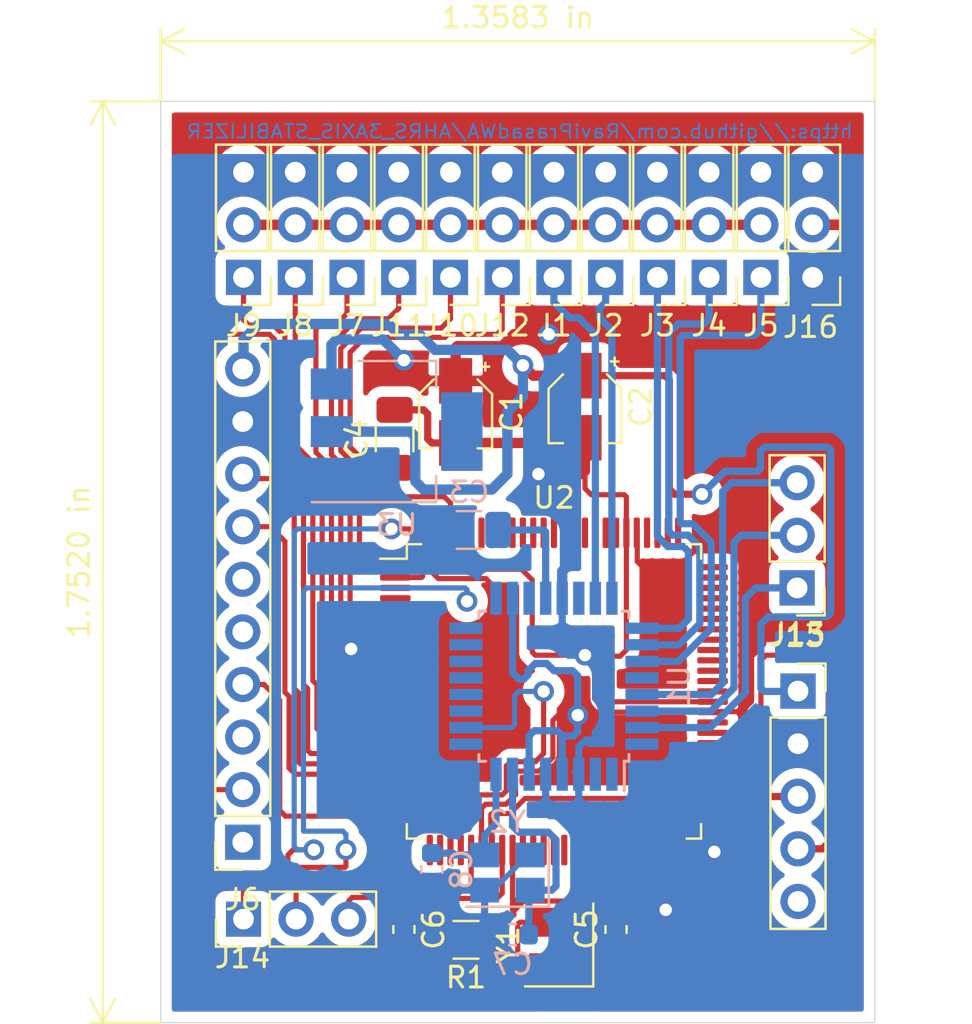
<source format=kicad_pcb>
(kicad_pcb (version 20171130) (host pcbnew 5.1.7-a382d34a8~87~ubuntu18.04.1)
  (layers (0 F.Cu signal) (31 B.Cu signal) (34 B.Paste user) (35 F.Paste user) (36 B.SilkS user) (37 F.SilkS user) (38 B.Mask user) (39 F.Mask user hide) (44 Edge.Cuts user))
  (net 0 "")
  (net 1 "Net-(J1-Pad1)")
  (net 2 "Net-(J2-Pad1)")
  (net 3 "Net-(J3-Pad1)")
  (net 4 "Net-(J4-Pad1)")
  (net 5 "Net-(J5-Pad1)")
  (net 6 "Net-(U1-Pad1)")
  (net 7 "Net-(U1-Pad2)")
  (net 8 +5V)
  (net 9 "Net-(U1-Pad9)")
  (net 10 "Net-(U1-Pad10)")
  (net 11 "Net-(U1-Pad11)")
  (net 12 "Net-(U1-Pad12)")
  (net 13 "Net-(U1-Pad13)")
  (net 14 "Net-(U1-Pad14)")
  (net 15 "Net-(U1-Pad15)")
  (net 16 "Net-(U1-Pad16)")
  (net 17 "Net-(U1-Pad17)")
  (net 18 "Net-(U1-Pad19)")
  (net 19 "Net-(U1-Pad22)")
  (net 20 "Net-(U1-Pad28)")
  (net 21 "Net-(U1-Pad32)")
  (net 22 GND)
  (net 23 "Net-(U2-Pad4)")
  (net 24 "Net-(U2-Pad5)")
  (net 25 "Net-(U2-Pad8)")
  (net 26 "Net-(U2-Pad9)")
  (net 27 "Net-(U2-Pad12)")
  (net 28 "Net-(U2-Pad13)")
  (net 29 "Net-(U2-Pad14)")
  (net 30 "Net-(U2-Pad18)")
  (net 31 "Net-(U2-Pad24)")
  (net 32 "Net-(U2-Pad25)")
  (net 33 "Net-(U2-Pad26)")
  (net 34 "Net-(U2-Pad27)")
  (net 35 "Net-(U2-Pad28)")
  (net 36 "Net-(U2-Pad29)")
  (net 37 "Net-(U2-Pad35)")
  (net 38 "Net-(U2-Pad36)")
  (net 39 "Net-(U2-Pad37)")
  (net 40 "Net-(U2-Pad38)")
  (net 41 "Net-(U2-Pad39)")
  (net 42 "Net-(U2-Pad40)")
  (net 43 "Net-(U2-Pad41)")
  (net 44 "Net-(U2-Pad42)")
  (net 45 "Net-(U2-Pad45)")
  (net 46 "Net-(U2-Pad46)")
  (net 47 "Net-(U2-Pad47)")
  (net 48 "Net-(U2-Pad48)")
  (net 49 "Net-(U2-Pad49)")
  (net 50 "Net-(U2-Pad50)")
  (net 51 "Net-(U2-Pad51)")
  (net 52 "Net-(U2-Pad52)")
  (net 53 "Net-(U2-Pad53)")
  (net 54 "Net-(U2-Pad54)")
  (net 55 "Net-(U2-Pad55)")
  (net 56 "Net-(U2-Pad56)")
  (net 57 "Net-(U2-Pad57)")
  (net 58 "Net-(U2-Pad58)")
  (net 59 "Net-(U2-Pad59)")
  (net 60 "Net-(U2-Pad60)")
  (net 61 "Net-(U2-Pad63)")
  (net 62 "Net-(U2-Pad64)")
  (net 63 "Net-(U2-Pad65)")
  (net 64 "Net-(U2-Pad66)")
  (net 65 "Net-(U2-Pad67)")
  (net 66 "Net-(U2-Pad68)")
  (net 67 "Net-(U2-Pad69)")
  (net 68 "Net-(U2-Pad70)")
  (net 69 "Net-(U2-Pad71)")
  (net 70 "Net-(U2-Pad72)")
  (net 71 "Net-(U2-Pad73)")
  (net 72 "Net-(U2-Pad74)")
  (net 73 "Net-(U2-Pad75)")
  (net 74 "Net-(U2-Pad76)")
  (net 75 "Net-(U2-Pad77)")
  (net 76 "Net-(U2-Pad78)")
  (net 77 "Net-(U2-Pad79)")
  (net 78 "Net-(U2-Pad82)")
  (net 79 "Net-(U2-Pad83)")
  (net 80 "Net-(U2-Pad84)")
  (net 81 "Net-(U2-Pad85)")
  (net 82 "Net-(U2-Pad86)")
  (net 83 "Net-(U2-Pad87)")
  (net 84 "Net-(U2-Pad88)")
  (net 85 "Net-(U2-Pad89)")
  (net 86 "Net-(U2-Pad90)")
  (net 87 "Net-(U2-Pad91)")
  (net 88 "Net-(U2-Pad92)")
  (net 89 "Net-(U2-Pad93)")
  (net 90 "Net-(U2-Pad94)")
  (net 91 "Net-(U2-Pad95)")
  (net 92 "Net-(U2-Pad96)")
  (net 93 "Net-(U2-Pad97)")
  (net 94 "Net-(J6-Pad1)")
  (net 95 "Net-(J6-Pad2)")
  (net 96 "Net-(J6-Pad3)")
  (net 97 "Net-(J6-Pad4)")
  (net 98 "Net-(J6-Pad5)")
  (net 99 "Net-(J6-Pad6)")
  (net 100 "Net-(J6-Pad7)")
  (net 101 "Net-(J6-Pad8)")
  (net 102 "Net-(J7-Pad1)")
  (net 103 "Net-(J8-Pad1)")
  (net 104 "Net-(J9-Pad1)")
  (net 105 "Net-(J10-Pad1)")
  (net 106 "Net-(J11-Pad1)")
  (net 107 "Net-(J12-Pad1)")
  (net 108 "Net-(C2-Pad1)")
  (net 109 "Net-(C3-Pad1)")
  (net 110 "Net-(J13-Pad1)")
  (net 111 "Net-(J13-Pad2)")
  (net 112 "Net-(J13-Pad3)")
  (net 113 "Net-(J14-Pad1)")
  (net 114 "Net-(J14-Pad2)")
  (net 115 "Net-(J14-Pad3)")
  (net 116 "Net-(C4-Pad1)")
  (net 117 "Net-(C5-Pad1)")
  (net 118 "Net-(C6-Pad1)")
  (net 119 "Net-(C7-Pad2)")
  (net 120 "Net-(C8-Pad2)")
  (net 121 "Net-(J15-Pad3)")
  (net 122 "Net-(J15-Pad4)")
  (net 123 "Net-(J15-Pad5)")
  (net 124 +5VA)
  (module Capacitor_SMD:CP_Elec_3x5.3 (layer F.Cu) (at 147.75 106.5 270)
    (fp_text reference C1 (at 0 -2.7 90) (layer F.SilkS))
    (fp_text value CP)
    (pad 1 smd rect (at -1.5 0 270) (size 2.2 1.6) (layers F.Cu F.Paste F.Mask) (net 124 +5VA))
    (pad 2 smd rect (at 1.5 0 270) (size 2.2 1.6) (layers F.Cu F.Paste F.Mask) (net 22 GND))
  )
  (module Capacitor_SMD:CP_Elec_3x5.3 (layer F.Cu) (at 154 106.25 270)
    (fp_text reference C2 (at 0 -2.7 90) (layer F.SilkS))
    (fp_text value CP)
    (pad 2 smd rect (at 1.5 0 270) (size 2.2 1.6) (layers F.Cu F.Paste F.Mask) (net 22 GND))
    (pad 1 smd rect (at -1.5 0 270) (size 2.2 1.6) (layers F.Cu F.Paste F.Mask) (net 108 "Net-(C2-Pad1)"))
  )
  (module Capacitor_SMD:C_1206_3216Metric (layer B.Cu) (at 148.4 112.2 180)
    (fp_text reference C3 (at 0 1.82 180) (layer B.SilkS) (effects (justify mirror)))
    (fp_text value C)
    (pad 2 smd roundrect (at 1.4 0 180) (size 1.25 1.75) (layers B.Cu B.Paste B.Mask) (roundrect_rratio 0.2) (net 22 GND))
    (pad 1 smd roundrect (at -1.4 0 180) (size 1.25 1.75) (layers B.Cu B.Paste B.Mask) (roundrect_rratio 0.2) (net 109 "Net-(C3-Pad1)"))
  )
  (module Capacitor_SMD:C_1206_3216Metric (layer F.Cu) (at 144.8 107.8 90)
    (fp_text reference C4 (at 0 -1.82 90) (layer F.SilkS))
    (fp_text value C)
    (pad 1 smd roundrect (at -1.4 0 90) (size 1.25 1.75) (layers F.Cu F.Paste F.Mask) (roundrect_rratio 0.2) (net 116 "Net-(C4-Pad1)"))
    (pad 2 smd roundrect (at 1.4 0 90) (size 1.25 1.75) (layers F.Cu F.Paste F.Mask) (roundrect_rratio 0.2) (net 22 GND))
  )
  (module Capacitor_SMD:C_0603_1608Metric (layer F.Cu) (at 155.5 131.5 90)
    (fp_text reference C5 (at 0 -1.43 90) (layer F.SilkS))
    (fp_text value 16pF)
    (pad 2 smd roundrect (at 0.7875 0 90) (size 0.875 0.95) (layers F.Cu F.Paste F.Mask) (net 22 GND))
    (pad 1 smd roundrect (at -0.7875 0 90) (size 0.875 0.95) (layers F.Cu F.Paste F.Mask) (net 117 "Net-(C5-Pad1)"))
  )
  (module Capacitor_SMD:C_0603_1608Metric (layer F.Cu) (at 145.25 131.5 270)
    (fp_text reference C6 (at 0 -1.43 90) (layer F.SilkS))
    (fp_text value 16pF)
    (pad 1 smd roundrect (at -0.7875 0 270) (size 0.875 0.95) (layers F.Cu F.Paste F.Mask) (net 118 "Net-(C6-Pad1)"))
    (pad 2 smd roundrect (at 0.7875 0 270) (size 0.875 0.95) (layers F.Cu F.Paste F.Mask) (net 22 GND))
  )
  (module Capacitor_SMD:C_0603_1608Metric (layer B.Cu) (at 150.5 131.75)
    (fp_text reference C7 (at 0 1.43 180) (layer B.SilkS) (effects (justify mirror)))
    (fp_text value 16pF)
    (pad 2 smd roundrect (at 0.7875 0) (size 0.875 0.95) (layers B.Cu B.Paste B.Mask) (net 119 "Net-(C7-Pad2)"))
    (pad 1 smd roundrect (at -0.7875 0) (size 0.875 0.95) (layers B.Cu B.Paste B.Mask) (net 22 GND))
  )
  (module Capacitor_SMD:C_0603_1608Metric (layer B.Cu) (at 146.6 128.6 90)
    (fp_text reference C8 (at 0 1.43 270) (layer B.SilkS) (effects (justify mirror)))
    (fp_text value 16pF)
    (pad 1 smd roundrect (at -0.7875 0 90) (size 0.875 0.95) (layers B.Cu B.Paste B.Mask) (net 22 GND))
    (pad 2 smd roundrect (at 0.7875 0 90) (size 0.875 0.95) (layers B.Cu B.Paste B.Mask) (net 120 "Net-(C8-Pad2)"))
  )
  (module Connector_PinHeader_2.54mm:PinHeader_1x03_P2.54mm_Vertical (layer F.Cu) (at 152.5 100 180)
    (fp_text reference J1 (at 0 -2.33) (layer F.SilkS))
    (fp_text value RC1)
    (pad 3 thru_hole oval (at 0 5.08 180) (size 1.7 1.7) (drill 1) (layers *.Cu *.Mask) (net 22 GND))
    (pad 2 thru_hole oval (at 0 2.54 180) (size 1.7 1.7) (drill 1) (layers *.Cu *.Mask) (net 8 +5V))
    (pad 1 thru_hole rect (at 0 0 180) (size 1.7 1.7) (drill 1) (layers *.Cu *.Mask) (net 1 "Net-(J1-Pad1)"))
  )
  (module Connector_PinHeader_2.54mm:PinHeader_1x03_P2.54mm_Vertical (layer F.Cu) (at 155 100 180)
    (fp_text reference J2 (at 0 -2.33) (layer F.SilkS))
    (fp_text value RC2)
    (pad 1 thru_hole rect (at 0 0 180) (size 1.7 1.7) (drill 1) (layers *.Cu *.Mask) (net 2 "Net-(J2-Pad1)"))
    (pad 2 thru_hole oval (at 0 2.54 180) (size 1.7 1.7) (drill 1) (layers *.Cu *.Mask) (net 8 +5V))
    (pad 3 thru_hole oval (at 0 5.08 180) (size 1.7 1.7) (drill 1) (layers *.Cu *.Mask) (net 22 GND))
  )
  (module Connector_PinHeader_2.54mm:PinHeader_1x03_P2.54mm_Vertical (layer F.Cu) (at 157.5 100 180)
    (fp_text reference J3 (at 0 -2.33) (layer F.SilkS))
    (fp_text value RC3)
    (pad 3 thru_hole oval (at 0 5.08 180) (size 1.7 1.7) (drill 1) (layers *.Cu *.Mask) (net 22 GND))
    (pad 2 thru_hole oval (at 0 2.54 180) (size 1.7 1.7) (drill 1) (layers *.Cu *.Mask) (net 8 +5V))
    (pad 1 thru_hole rect (at 0 0 180) (size 1.7 1.7) (drill 1) (layers *.Cu *.Mask) (net 3 "Net-(J3-Pad1)"))
  )
  (module Connector_PinHeader_2.54mm:PinHeader_1x03_P2.54mm_Vertical (layer F.Cu) (at 160 100 180)
    (fp_text reference J4 (at 0 -2.33) (layer F.SilkS))
    (fp_text value RC4)
    (pad 1 thru_hole rect (at 0 0 180) (size 1.7 1.7) (drill 1) (layers *.Cu *.Mask) (net 4 "Net-(J4-Pad1)"))
    (pad 2 thru_hole oval (at 0 2.54 180) (size 1.7 1.7) (drill 1) (layers *.Cu *.Mask) (net 8 +5V))
    (pad 3 thru_hole oval (at 0 5.08 180) (size 1.7 1.7) (drill 1) (layers *.Cu *.Mask) (net 22 GND))
  )
  (module Connector_PinHeader_2.54mm:PinHeader_1x03_P2.54mm_Vertical (layer F.Cu) (at 162.5 100 180)
    (fp_text reference J5 (at 0 -2.33) (layer F.SilkS))
    (fp_text value RC5)
    (pad 3 thru_hole oval (at 0 5.08 180) (size 1.7 1.7) (drill 1) (layers *.Cu *.Mask) (net 22 GND))
    (pad 2 thru_hole oval (at 0 2.54 180) (size 1.7 1.7) (drill 1) (layers *.Cu *.Mask) (net 8 +5V))
    (pad 1 thru_hole rect (at 0 0 180) (size 1.7 1.7) (drill 1) (layers *.Cu *.Mask) (net 5 "Net-(J5-Pad1)"))
  )
  (module Connector_PinHeader_2.54mm:PinHeader_1x03_P2.54mm_Vertical (layer F.Cu) (at 142.5 100 180)
    (fp_text reference J7 (at 0 -2.33) (layer F.SilkS))
    (fp_text value SV1)
    (pad 1 thru_hole rect (at 0 0 180) (size 1.7 1.7) (drill 1) (layers *.Cu *.Mask) (net 102 "Net-(J7-Pad1)"))
    (pad 2 thru_hole oval (at 0 2.54 180) (size 1.7 1.7) (drill 1) (layers *.Cu *.Mask) (net 8 +5V))
    (pad 3 thru_hole oval (at 0 5.08 180) (size 1.7 1.7) (drill 1) (layers *.Cu *.Mask) (net 22 GND))
  )
  (module Connector_PinHeader_2.54mm:PinHeader_1x03_P2.54mm_Vertical (layer F.Cu) (at 140 100 180)
    (fp_text reference J8 (at 0 -2.33) (layer F.SilkS))
    (fp_text value SV2)
    (pad 3 thru_hole oval (at 0 5.08 180) (size 1.7 1.7) (drill 1) (layers *.Cu *.Mask) (net 22 GND))
    (pad 2 thru_hole oval (at 0 2.54 180) (size 1.7 1.7) (drill 1) (layers *.Cu *.Mask) (net 8 +5V))
    (pad 1 thru_hole rect (at 0 0 180) (size 1.7 1.7) (drill 1) (layers *.Cu *.Mask) (net 103 "Net-(J8-Pad1)"))
  )
  (module Connector_PinHeader_2.54mm:PinHeader_1x03_P2.54mm_Vertical (layer F.Cu) (at 137.5 100 180)
    (fp_text reference J9 (at 0 -2.33) (layer F.SilkS))
    (fp_text value SV3)
    (pad 1 thru_hole rect (at 0 0 180) (size 1.7 1.7) (drill 1) (layers *.Cu *.Mask) (net 104 "Net-(J9-Pad1)"))
    (pad 2 thru_hole oval (at 0 2.54 180) (size 1.7 1.7) (drill 1) (layers *.Cu *.Mask) (net 8 +5V))
    (pad 3 thru_hole oval (at 0 5.08 180) (size 1.7 1.7) (drill 1) (layers *.Cu *.Mask) (net 22 GND))
  )
  (module Connector_PinHeader_2.54mm:PinHeader_1x03_P2.54mm_Vertical (layer F.Cu) (at 147.5 100 180)
    (fp_text reference J10 (at 0 -2.33) (layer F.SilkS))
    (fp_text value SV4)
    (pad 3 thru_hole oval (at 0 5.08 180) (size 1.7 1.7) (drill 1) (layers *.Cu *.Mask) (net 22 GND))
    (pad 2 thru_hole oval (at 0 2.54 180) (size 1.7 1.7) (drill 1) (layers *.Cu *.Mask) (net 8 +5V))
    (pad 1 thru_hole rect (at 0 0 180) (size 1.7 1.7) (drill 1) (layers *.Cu *.Mask) (net 105 "Net-(J10-Pad1)"))
  )
  (module Connector_PinHeader_2.54mm:PinHeader_1x03_P2.54mm_Vertical (layer F.Cu) (at 145 100 180)
    (fp_text reference J11 (at 0 -2.33) (layer F.SilkS))
    (fp_text value SV5)
    (pad 1 thru_hole rect (at 0 0 180) (size 1.7 1.7) (drill 1) (layers *.Cu *.Mask) (net 106 "Net-(J11-Pad1)"))
    (pad 2 thru_hole oval (at 0 2.54 180) (size 1.7 1.7) (drill 1) (layers *.Cu *.Mask) (net 8 +5V))
    (pad 3 thru_hole oval (at 0 5.08 180) (size 1.7 1.7) (drill 1) (layers *.Cu *.Mask) (net 22 GND))
  )
  (module Connector_PinHeader_2.54mm:PinHeader_1x03_P2.54mm_Vertical (layer F.Cu) (at 150 100 180)
    (fp_text reference J12 (at 0 -2.33) (layer F.SilkS))
    (fp_text value SV6)
    (pad 3 thru_hole oval (at 0 5.08 180) (size 1.7 1.7) (drill 1) (layers *.Cu *.Mask) (net 22 GND))
    (pad 2 thru_hole oval (at 0 2.54 180) (size 1.7 1.7) (drill 1) (layers *.Cu *.Mask) (net 8 +5V))
    (pad 1 thru_hole rect (at 0 0 180) (size 1.7 1.7) (drill 1) (layers *.Cu *.Mask) (net 107 "Net-(J12-Pad1)"))
  )
  (module Connector_PinHeader_2.54mm:PinHeader_1x03_P2.54mm_Vertical (layer F.Cu) (at 164.25 115 180)
    (fp_text reference J13 (at 0 -2.33) (layer F.SilkS))
    (fp_text value M8JTAG)
    (pad 1 thru_hole rect (at 0 0 180) (size 1.7 1.7) (drill 1) (layers *.Cu *.Mask) (net 110 "Net-(J13-Pad1)"))
    (pad 2 thru_hole oval (at 0 2.54 180) (size 1.7 1.7) (drill 1) (layers *.Cu *.Mask) (net 111 "Net-(J13-Pad2)"))
    (pad 3 thru_hole oval (at 0 5.08 180) (size 1.7 1.7) (drill 1) (layers *.Cu *.Mask) (net 112 "Net-(J13-Pad3)"))
  )
  (module Connector_PinHeader_2.54mm:PinHeader_1x03_P2.54mm_Vertical (layer F.Cu) (at 137.5 131 90)
    (fp_text reference J14 (at -1.85 -0.05) (layer F.SilkS))
    (fp_text value 2560MTAG)
    (pad 1 thru_hole rect (at 0 0 90) (size 1.7 1.7) (drill 1) (layers *.Cu *.Mask) (net 113 "Net-(J14-Pad1)"))
    (pad 2 thru_hole oval (at 0 2.54 90) (size 1.7 1.7) (drill 1) (layers *.Cu *.Mask) (net 114 "Net-(J14-Pad2)"))
    (pad 3 thru_hole oval (at 0 5.08 90) (size 1.7 1.7) (drill 1) (layers *.Cu *.Mask) (net 115 "Net-(J14-Pad3)"))
  )
  (module Resistor_SMD:R_1206_3216Metric (layer F.Cu) (at 148.25 132 180)
    (fp_text reference R1 (at 0 -1.82) (layer F.SilkS))
    (fp_text value 1M)
    (pad 1 smd roundrect (at -1.4 0 180) (size 1.25 1.75) (layers F.Cu F.Paste F.Mask) (roundrect_rratio 0.2) (net 117 "Net-(C5-Pad1)"))
    (pad 2 smd roundrect (at 1.4 0 180) (size 1.25 1.75) (layers F.Cu F.Paste F.Mask) (roundrect_rratio 0.2) (net 118 "Net-(C6-Pad1)"))
  )
  (module Package_QFP:TQFP-32_7x7mm_P0.8mm (layer B.Cu) (at 152.5 119.75 90)
    (fp_text reference U1 (at 0 6.05 90) (layer B.SilkS) (effects (justify mirror)))
    (fp_text value ATmega328-AU)
    (pad 1 smd rect (at -4.25 2.8 90) (size 1.6 0.55) (layers B.Cu B.Paste B.Mask) (net 6 "Net-(U1-Pad1)"))
    (pad 2 smd rect (at -4.25 2 90) (size 1.6 0.55) (layers B.Cu B.Paste B.Mask) (net 7 "Net-(U1-Pad2)"))
    (pad 3 smd rect (at -4.25 1.2 90) (size 1.6 0.55) (layers B.Cu B.Paste B.Mask) (net 22 GND))
    (pad 4 smd rect (at -4.25 0.4 90) (size 1.6 0.55) (layers B.Cu B.Paste B.Mask) (net 124 +5VA))
    (pad 5 smd rect (at -4.25 -0.4 90) (size 1.6 0.55) (layers B.Cu B.Paste B.Mask) (net 22 GND))
    (pad 6 smd rect (at -4.25 -1.2 90) (size 1.6 0.55) (layers B.Cu B.Paste B.Mask) (net 124 +5VA))
    (pad 7 smd rect (at -4.25 -2 90) (size 1.6 0.55) (layers B.Cu B.Paste B.Mask) (net 119 "Net-(C7-Pad2)"))
    (pad 8 smd rect (at -4.25 -2.8 90) (size 1.6 0.55) (layers B.Cu B.Paste B.Mask) (net 120 "Net-(C8-Pad2)"))
    (pad 9 smd rect (at -2.8 -4.25) (size 1.6 0.55) (layers B.Cu B.Paste B.Mask) (net 9 "Net-(U1-Pad9)"))
    (pad 10 smd rect (at -2 -4.25) (size 1.6 0.55) (layers B.Cu B.Paste B.Mask) (net 10 "Net-(U1-Pad10)"))
    (pad 11 smd rect (at -1.2 -4.25) (size 1.6 0.55) (layers B.Cu B.Paste B.Mask) (net 11 "Net-(U1-Pad11)"))
    (pad 12 smd rect (at -0.4 -4.25) (size 1.6 0.55) (layers B.Cu B.Paste B.Mask) (net 12 "Net-(U1-Pad12)"))
    (pad 13 smd rect (at 0.4 -4.25) (size 1.6 0.55) (layers B.Cu B.Paste B.Mask) (net 13 "Net-(U1-Pad13)"))
    (pad 14 smd rect (at 1.2 -4.25) (size 1.6 0.55) (layers B.Cu B.Paste B.Mask) (net 14 "Net-(U1-Pad14)"))
    (pad 15 smd rect (at 2 -4.25) (size 1.6 0.55) (layers B.Cu B.Paste B.Mask) (net 15 "Net-(U1-Pad15)"))
    (pad 16 smd rect (at 2.8 -4.25) (size 1.6 0.55) (layers B.Cu B.Paste B.Mask) (net 16 "Net-(U1-Pad16)"))
    (pad 17 smd rect (at 4.25 -2.8 90) (size 1.6 0.55) (layers B.Cu B.Paste B.Mask) (net 17 "Net-(U1-Pad17)"))
    (pad 18 smd rect (at 4.25 -2 90) (size 1.6 0.55) (layers B.Cu B.Paste B.Mask) (net 124 +5VA))
    (pad 19 smd rect (at 4.25 -1.2 90) (size 1.6 0.55) (layers B.Cu B.Paste B.Mask) (net 18 "Net-(U1-Pad19)"))
    (pad 20 smd rect (at 4.25 -0.4 90) (size 1.6 0.55) (layers B.Cu B.Paste B.Mask) (net 109 "Net-(C3-Pad1)"))
    (pad 21 smd rect (at 4.25 0.4 90) (size 1.6 0.55) (layers B.Cu B.Paste B.Mask) (net 22 GND))
    (pad 22 smd rect (at 4.25 1.2 90) (size 1.6 0.55) (layers B.Cu B.Paste B.Mask) (net 19 "Net-(U1-Pad22)"))
    (pad 23 smd rect (at 4.25 2 90) (size 1.6 0.55) (layers B.Cu B.Paste B.Mask) (net 1 "Net-(J1-Pad1)"))
    (pad 24 smd rect (at 4.25 2.8 90) (size 1.6 0.55) (layers B.Cu B.Paste B.Mask) (net 2 "Net-(J2-Pad1)"))
    (pad 25 smd rect (at 2.8 4.25) (size 1.6 0.55) (layers B.Cu B.Paste B.Mask) (net 3 "Net-(J3-Pad1)"))
    (pad 26 smd rect (at 2 4.25) (size 1.6 0.55) (layers B.Cu B.Paste B.Mask) (net 4 "Net-(J4-Pad1)"))
    (pad 27 smd rect (at 1.2 4.25) (size 1.6 0.55) (layers B.Cu B.Paste B.Mask) (net 5 "Net-(J5-Pad1)"))
    (pad 28 smd rect (at 0.4 4.25) (size 1.6 0.55) (layers B.Cu B.Paste B.Mask) (net 20 "Net-(U1-Pad28)"))
    (pad 29 smd rect (at -0.4 4.25) (size 1.6 0.55) (layers B.Cu B.Paste B.Mask) (net 112 "Net-(J13-Pad3)"))
    (pad 30 smd rect (at -1.2 4.25) (size 1.6 0.55) (layers B.Cu B.Paste B.Mask) (net 111 "Net-(J13-Pad2)"))
    (pad 31 smd rect (at -2 4.25) (size 1.6 0.55) (layers B.Cu B.Paste B.Mask) (net 110 "Net-(J13-Pad1)"))
    (pad 32 smd rect (at -2.8 4.25) (size 1.6 0.55) (layers B.Cu B.Paste B.Mask) (net 21 "Net-(U1-Pad32)"))
  )
  (module Package_QFP:TQFP-100_14x14mm_P0.5mm (layer F.Cu) (at 152.5 120)
    (fp_text reference U2 (at 0 -9.35) (layer F.SilkS))
    (fp_text value ATmega2560-16AU)
    (pad 1 smd roundrect (at -7.6625 -6) (size 1.475 0.3) (layers F.Cu F.Paste F.Mask) (net 107 "Net-(J12-Pad1)"))
    (pad 2 smd roundrect (at -7.6625 -5.5) (size 1.475 0.3) (layers F.Cu F.Paste F.Mask) (net 113 "Net-(J14-Pad1)"))
    (pad 3 smd roundrect (at -7.6625 -5) (size 1.475 0.3) (layers F.Cu F.Paste F.Mask) (net 114 "Net-(J14-Pad2)"))
    (pad 4 smd roundrect (at -7.6625 -4.5) (size 1.475 0.3) (layers F.Cu F.Paste F.Mask) (net 23 "Net-(U2-Pad4)"))
    (pad 5 smd roundrect (at -7.6625 -4) (size 1.475 0.3) (layers F.Cu F.Paste F.Mask) (net 24 "Net-(U2-Pad5)"))
    (pad 6 smd roundrect (at -7.6625 -3.5) (size 1.475 0.3) (layers F.Cu F.Paste F.Mask) (net 105 "Net-(J10-Pad1)"))
    (pad 7 smd roundrect (at -7.6625 -3) (size 1.475 0.3) (layers F.Cu F.Paste F.Mask) (net 106 "Net-(J11-Pad1)"))
    (pad 8 smd roundrect (at -7.6625 -2.5) (size 1.475 0.3) (layers F.Cu F.Paste F.Mask) (net 25 "Net-(U2-Pad8)"))
    (pad 9 smd roundrect (at -7.6625 -2) (size 1.475 0.3) (layers F.Cu F.Paste F.Mask) (net 26 "Net-(U2-Pad9)"))
    (pad 10 smd roundrect (at -7.6625 -1.5) (size 1.475 0.3) (layers F.Cu F.Paste F.Mask) (net 124 +5VA))
    (pad 11 smd roundrect (at -7.6625 -1) (size 1.475 0.3) (layers F.Cu F.Paste F.Mask) (net 22 GND))
    (pad 12 smd roundrect (at -7.6625 -0.5) (size 1.475 0.3) (layers F.Cu F.Paste F.Mask) (net 27 "Net-(U2-Pad12)"))
    (pad 13 smd roundrect (at -7.6625 0) (size 1.475 0.3) (layers F.Cu F.Paste F.Mask) (net 28 "Net-(U2-Pad13)"))
    (pad 14 smd roundrect (at -7.6625 0.5) (size 1.475 0.3) (layers F.Cu F.Paste F.Mask) (net 29 "Net-(U2-Pad14)"))
    (pad 15 smd roundrect (at -7.6625 1) (size 1.475 0.3) (layers F.Cu F.Paste F.Mask) (net 102 "Net-(J7-Pad1)"))
    (pad 16 smd roundrect (at -7.6625 1.5) (size 1.475 0.3) (layers F.Cu F.Paste F.Mask) (net 103 "Net-(J8-Pad1)"))
    (pad 17 smd roundrect (at -7.6625 2) (size 1.475 0.3) (layers F.Cu F.Paste F.Mask) (net 104 "Net-(J9-Pad1)"))
    (pad 18 smd roundrect (at -7.6625 2.5) (size 1.475 0.3) (layers F.Cu F.Paste F.Mask) (net 30 "Net-(U2-Pad18)"))
    (pad 19 smd roundrect (at -7.6625 3) (size 1.475 0.3) (layers F.Cu F.Paste F.Mask) (net 95 "Net-(J6-Pad2)"))
    (pad 20 smd roundrect (at -7.6625 3.5) (size 1.475 0.3) (layers F.Cu F.Paste F.Mask) (net 101 "Net-(J6-Pad8)"))
    (pad 21 smd roundrect (at -7.6625 4) (size 1.475 0.3) (layers F.Cu F.Paste F.Mask) (net 100 "Net-(J6-Pad7)"))
    (pad 22 smd roundrect (at -7.6625 4.5) (size 1.475 0.3) (layers F.Cu F.Paste F.Mask) (net 97 "Net-(J6-Pad4)"))
    (pad 23 smd roundrect (at -7.6625 5) (size 1.475 0.3) (layers F.Cu F.Paste F.Mask) (net 10 "Net-(U1-Pad10)"))
    (pad 24 smd roundrect (at -7.6625 5.5) (size 1.475 0.3) (layers F.Cu F.Paste F.Mask) (net 31 "Net-(U2-Pad24)"))
    (pad 25 smd roundrect (at -7.6625 6) (size 1.475 0.3) (layers F.Cu F.Paste F.Mask) (net 32 "Net-(U2-Pad25)"))
    (pad 26 smd roundrect (at -6 7.6625) (size 0.3 1.475) (layers F.Cu F.Paste F.Mask) (net 33 "Net-(U2-Pad26)"))
    (pad 27 smd roundrect (at -5.5 7.6625) (size 0.3 1.475) (layers F.Cu F.Paste F.Mask) (net 34 "Net-(U2-Pad27)"))
    (pad 28 smd roundrect (at -5 7.6625) (size 0.3 1.475) (layers F.Cu F.Paste F.Mask) (net 35 "Net-(U2-Pad28)"))
    (pad 29 smd roundrect (at -4.5 7.6625) (size 0.3 1.475) (layers F.Cu F.Paste F.Mask) (net 36 "Net-(U2-Pad29)"))
    (pad 30 smd roundrect (at -4 7.6625) (size 0.3 1.475) (layers F.Cu F.Paste F.Mask) (net 115 "Net-(J14-Pad3)"))
    (pad 31 smd roundrect (at -3.5 7.6625) (size 0.3 1.475) (layers F.Cu F.Paste F.Mask) (net 124 +5VA))
    (pad 32 smd roundrect (at -3 7.6625) (size 0.3 1.475) (layers F.Cu F.Paste F.Mask) (net 22 GND))
    (pad 33 smd roundrect (at -2.5 7.6625) (size 0.3 1.475) (layers F.Cu F.Paste F.Mask) (net 118 "Net-(C6-Pad1)"))
    (pad 34 smd roundrect (at -2 7.6625) (size 0.3 1.475) (layers F.Cu F.Paste F.Mask) (net 117 "Net-(C5-Pad1)"))
    (pad 35 smd roundrect (at -1.5 7.6625) (size 0.3 1.475) (layers F.Cu F.Paste F.Mask) (net 37 "Net-(U2-Pad35)"))
    (pad 36 smd roundrect (at -1 7.6625) (size 0.3 1.475) (layers F.Cu F.Paste F.Mask) (net 38 "Net-(U2-Pad36)"))
    (pad 37 smd roundrect (at -0.5 7.6625) (size 0.3 1.475) (layers F.Cu F.Paste F.Mask) (net 39 "Net-(U2-Pad37)"))
    (pad 38 smd roundrect (at 0 7.6625) (size 0.3 1.475) (layers F.Cu F.Paste F.Mask) (net 40 "Net-(U2-Pad38)"))
    (pad 39 smd roundrect (at 0.5 7.6625) (size 0.3 1.475) (layers F.Cu F.Paste F.Mask) (net 41 "Net-(U2-Pad39)"))
    (pad 40 smd roundrect (at 1 7.6625) (size 0.3 1.475) (layers F.Cu F.Paste F.Mask) (net 42 "Net-(U2-Pad40)"))
    (pad 41 smd roundrect (at 1.5 7.6625) (size 0.3 1.475) (layers F.Cu F.Paste F.Mask) (net 43 "Net-(U2-Pad41)"))
    (pad 42 smd roundrect (at 2 7.6625) (size 0.3 1.475) (layers F.Cu F.Paste F.Mask) (net 44 "Net-(U2-Pad42)"))
    (pad 43 smd roundrect (at 2.5 7.6625) (size 0.3 1.475) (layers F.Cu F.Paste F.Mask) (net 121 "Net-(J15-Pad3)"))
    (pad 44 smd roundrect (at 3 7.6625) (size 0.3 1.475) (layers F.Cu F.Paste F.Mask) (net 122 "Net-(J15-Pad4)"))
    (pad 45 smd roundrect (at 3.5 7.6625) (size 0.3 1.475) (layers F.Cu F.Paste F.Mask) (net 45 "Net-(U2-Pad45)"))
    (pad 46 smd roundrect (at 4 7.6625) (size 0.3 1.475) (layers F.Cu F.Paste F.Mask) (net 46 "Net-(U2-Pad46)"))
    (pad 47 smd roundrect (at 4.5 7.6625) (size 0.3 1.475) (layers F.Cu F.Paste F.Mask) (net 47 "Net-(U2-Pad47)"))
    (pad 48 smd roundrect (at 5 7.6625) (size 0.3 1.475) (layers F.Cu F.Paste F.Mask) (net 48 "Net-(U2-Pad48)"))
    (pad 49 smd roundrect (at 5.5 7.6625) (size 0.3 1.475) (layers F.Cu F.Paste F.Mask) (net 49 "Net-(U2-Pad49)"))
    (pad 50 smd roundrect (at 6 7.6625) (size 0.3 1.475) (layers F.Cu F.Paste F.Mask) (net 50 "Net-(U2-Pad50)"))
    (pad 51 smd roundrect (at 7.6625 6) (size 1.475 0.3) (layers F.Cu F.Paste F.Mask) (net 51 "Net-(U2-Pad51)"))
    (pad 52 smd roundrect (at 7.6625 5.5) (size 1.475 0.3) (layers F.Cu F.Paste F.Mask) (net 52 "Net-(U2-Pad52)"))
    (pad 53 smd roundrect (at 7.6625 5) (size 1.475 0.3) (layers F.Cu F.Paste F.Mask) (net 53 "Net-(U2-Pad53)"))
    (pad 54 smd roundrect (at 7.6625 4.5) (size 1.475 0.3) (layers F.Cu F.Paste F.Mask) (net 54 "Net-(U2-Pad54)"))
    (pad 55 smd roundrect (at 7.6625 4) (size 1.475 0.3) (layers F.Cu F.Paste F.Mask) (net 55 "Net-(U2-Pad55)"))
    (pad 56 smd roundrect (at 7.6625 3.5) (size 1.475 0.3) (layers F.Cu F.Paste F.Mask) (net 56 "Net-(U2-Pad56)"))
    (pad 57 smd roundrect (at 7.6625 3) (size 1.475 0.3) (layers F.Cu F.Paste F.Mask) (net 57 "Net-(U2-Pad57)"))
    (pad 58 smd roundrect (at 7.6625 2.5) (size 1.475 0.3) (layers F.Cu F.Paste F.Mask) (net 58 "Net-(U2-Pad58)"))
    (pad 59 smd roundrect (at 7.6625 2) (size 1.475 0.3) (layers F.Cu F.Paste F.Mask) (net 59 "Net-(U2-Pad59)"))
    (pad 60 smd roundrect (at 7.6625 1.5) (size 1.475 0.3) (layers F.Cu F.Paste F.Mask) (net 60 "Net-(U2-Pad60)"))
    (pad 61 smd roundrect (at 7.6625 1) (size 1.475 0.3) (layers F.Cu F.Paste F.Mask) (net 124 +5VA))
    (pad 62 smd roundrect (at 7.6625 0.5) (size 1.475 0.3) (layers F.Cu F.Paste F.Mask) (net 22 GND))
    (pad 63 smd roundrect (at 7.6625 0) (size 1.475 0.3) (layers F.Cu F.Paste F.Mask) (net 61 "Net-(U2-Pad63)"))
    (pad 64 smd roundrect (at 7.6625 -0.5) (size 1.475 0.3) (layers F.Cu F.Paste F.Mask) (net 62 "Net-(U2-Pad64)"))
    (pad 65 smd roundrect (at 7.6625 -1) (size 1.475 0.3) (layers F.Cu F.Paste F.Mask) (net 63 "Net-(U2-Pad65)"))
    (pad 66 smd roundrect (at 7.6625 -1.5) (size 1.475 0.3) (layers F.Cu F.Paste F.Mask) (net 64 "Net-(U2-Pad66)"))
    (pad 67 smd roundrect (at 7.6625 -2) (size 1.475 0.3) (layers F.Cu F.Paste F.Mask) (net 65 "Net-(U2-Pad67)"))
    (pad 68 smd roundrect (at 7.6625 -2.5) (size 1.475 0.3) (layers F.Cu F.Paste F.Mask) (net 66 "Net-(U2-Pad68)"))
    (pad 69 smd roundrect (at 7.6625 -3) (size 1.475 0.3) (layers F.Cu F.Paste F.Mask) (net 67 "Net-(U2-Pad69)"))
    (pad 70 smd roundrect (at 7.6625 -3.5) (size 1.475 0.3) (layers F.Cu F.Paste F.Mask) (net 68 "Net-(U2-Pad70)"))
    (pad 71 smd roundrect (at 7.6625 -4) (size 1.475 0.3) (layers F.Cu F.Paste F.Mask) (net 69 "Net-(U2-Pad71)"))
    (pad 72 smd roundrect (at 7.6625 -4.5) (size 1.475 0.3) (layers F.Cu F.Paste F.Mask) (net 70 "Net-(U2-Pad72)"))
    (pad 73 smd roundrect (at 7.6625 -5) (size 1.475 0.3) (layers F.Cu F.Paste F.Mask) (net 71 "Net-(U2-Pad73)"))
    (pad 74 smd roundrect (at 7.6625 -5.5) (size 1.475 0.3) (layers F.Cu F.Paste F.Mask) (net 72 "Net-(U2-Pad74)"))
    (pad 75 smd roundrect (at 7.6625 -6) (size 1.475 0.3) (layers F.Cu F.Paste F.Mask) (net 73 "Net-(U2-Pad75)"))
    (pad 76 smd roundrect (at 6 -7.6625) (size 0.3 1.475) (layers F.Cu F.Paste F.Mask) (net 74 "Net-(U2-Pad76)"))
    (pad 77 smd roundrect (at 5.5 -7.6625) (size 0.3 1.475) (layers F.Cu F.Paste F.Mask) (net 75 "Net-(U2-Pad77)"))
    (pad 78 smd roundrect (at 5 -7.6625) (size 0.3 1.475) (layers F.Cu F.Paste F.Mask) (net 76 "Net-(U2-Pad78)"))
    (pad 79 smd roundrect (at 4.5 -7.6625) (size 0.3 1.475) (layers F.Cu F.Paste F.Mask) (net 77 "Net-(U2-Pad79)"))
    (pad 80 smd roundrect (at 4 -7.6625) (size 0.3 1.475) (layers F.Cu F.Paste F.Mask) (net 124 +5VA))
    (pad 81 smd roundrect (at 3.5 -7.6625) (size 0.3 1.475) (layers F.Cu F.Paste F.Mask) (net 22 GND))
    (pad 82 smd roundrect (at 3 -7.6625) (size 0.3 1.475) (layers F.Cu F.Paste F.Mask) (net 78 "Net-(U2-Pad82)"))
    (pad 83 smd roundrect (at 2.5 -7.6625) (size 0.3 1.475) (layers F.Cu F.Paste F.Mask) (net 79 "Net-(U2-Pad83)"))
    (pad 84 smd roundrect (at 2 -7.6625) (size 0.3 1.475) (layers F.Cu F.Paste F.Mask) (net 80 "Net-(U2-Pad84)"))
    (pad 85 smd roundrect (at 1.5 -7.6625) (size 0.3 1.475) (layers F.Cu F.Paste F.Mask) (net 81 "Net-(U2-Pad85)"))
    (pad 86 smd roundrect (at 1 -7.6625) (size 0.3 1.475) (layers F.Cu F.Paste F.Mask) (net 82 "Net-(U2-Pad86)"))
    (pad 87 smd roundrect (at 0.5 -7.6625) (size 0.3 1.475) (layers F.Cu F.Paste F.Mask) (net 83 "Net-(U2-Pad87)"))
    (pad 88 smd roundrect (at 0 -7.6625) (size 0.3 1.475) (layers F.Cu F.Paste F.Mask) (net 84 "Net-(U2-Pad88)"))
    (pad 89 smd roundrect (at -0.5 -7.6625) (size 0.3 1.475) (layers F.Cu F.Paste F.Mask) (net 85 "Net-(U2-Pad89)"))
    (pad 90 smd roundrect (at -1 -7.6625) (size 0.3 1.475) (layers F.Cu F.Paste F.Mask) (net 86 "Net-(U2-Pad90)"))
    (pad 91 smd roundrect (at -1.5 -7.6625) (size 0.3 1.475) (layers F.Cu F.Paste F.Mask) (net 87 "Net-(U2-Pad91)"))
    (pad 92 smd roundrect (at -2 -7.6625) (size 0.3 1.475) (layers F.Cu F.Paste F.Mask) (net 88 "Net-(U2-Pad92)"))
    (pad 93 smd roundrect (at -2.5 -7.6625) (size 0.3 1.475) (layers F.Cu F.Paste F.Mask) (net 89 "Net-(U2-Pad93)"))
    (pad 94 smd roundrect (at -3 -7.6625) (size 0.3 1.475) (layers F.Cu F.Paste F.Mask) (net 90 "Net-(U2-Pad94)"))
    (pad 95 smd roundrect (at -3.5 -7.6625) (size 0.3 1.475) (layers F.Cu F.Paste F.Mask) (net 91 "Net-(U2-Pad95)"))
    (pad 96 smd roundrect (at -4 -7.6625) (size 0.3 1.475) (layers F.Cu F.Paste F.Mask) (net 92 "Net-(U2-Pad96)"))
    (pad 97 smd roundrect (at -4.5 -7.6625) (size 0.3 1.475) (layers F.Cu F.Paste F.Mask) (net 93 "Net-(U2-Pad97)"))
    (pad 98 smd roundrect (at -5 -7.6625) (size 0.3 1.475) (layers F.Cu F.Paste F.Mask) (net 116 "Net-(C4-Pad1)"))
    (pad 99 smd roundrect (at -5.5 -7.6625) (size 0.3 1.475) (layers F.Cu F.Paste F.Mask) (net 22 GND))
    (pad 100 smd roundrect (at -6 -7.6625) (size 0.3 1.475) (layers F.Cu F.Paste F.Mask) (net 124 +5VA))
  )
  (module Package_TO_SOT_SMD:SOT-223 (layer B.Cu) (at 144.9 107.45)
    (fp_text reference U3 (at 0 4.5) (layer B.SilkS) (effects (justify mirror)))
    (fp_text value LM1117-3.3)
    (pad 4 smd rect (at 3.15 0) (size 2 3.8) (layers B.Cu B.Paste B.Mask))
    (pad 2 smd rect (at -3.15 0) (size 2 1.5) (layers B.Cu B.Paste B.Mask) (net 108 "Net-(C2-Pad1)"))
    (pad 3 smd rect (at -3.15 -2.3) (size 2 1.5) (layers B.Cu B.Paste B.Mask) (net 124 +5VA))
    (pad 1 smd rect (at -3.15 2.3) (size 2 1.5) (layers B.Cu B.Paste B.Mask) (net 22 GND))
  )
  (module Crystal:Crystal_SMD_3225-4Pin_3.2x2.5mm (layer F.Cu) (at 152.75 132.25 90)
    (fp_text reference Y1 (at 0 -2.45 90) (layer F.SilkS))
    (fp_text value Crystal)
    (pad 4 smd rect (at -1.1 -0.85 90) (size 1.4 1.2) (layers F.Cu F.Paste F.Mask) (net 22 GND))
    (pad 3 smd rect (at 1.1 -0.85 90) (size 1.4 1.2) (layers F.Cu F.Paste F.Mask) (net 118 "Net-(C6-Pad1)"))
    (pad 2 smd rect (at 1.1 0.85 90) (size 1.4 1.2) (layers F.Cu F.Paste F.Mask) (net 22 GND))
    (pad 1 smd rect (at -1.1 0.85 90) (size 1.4 1.2) (layers F.Cu F.Paste F.Mask) (net 117 "Net-(C5-Pad1)"))
  )
  (module Crystal:Crystal_SMD_3225-4Pin_3.2x2.5mm (layer B.Cu) (at 150.25 128.75 180)
    (fp_text reference Y2 (at 0 2.45) (layer B.SilkS) (effects (justify mirror)))
    (fp_text value Crystal)
    (pad 1 smd rect (at -1.1 -0.85 180) (size 1.4 1.2) (layers B.Cu B.Paste B.Mask) (net 119 "Net-(C7-Pad2)"))
    (pad 2 smd rect (at 1.1 -0.85 180) (size 1.4 1.2) (layers B.Cu B.Paste B.Mask) (net 22 GND))
    (pad 3 smd rect (at 1.1 0.85 180) (size 1.4 1.2) (layers B.Cu B.Paste B.Mask) (net 120 "Net-(C8-Pad2)"))
    (pad 4 smd rect (at -1.1 0.85 180) (size 1.4 1.2) (layers B.Cu B.Paste B.Mask) (net 22 GND))
  )
  (module Connector_PinHeader_2.54mm:PinHeader_1x03_P2.54mm_Vertical (layer F.Cu) (at 165 100 180)
    (fp_text reference J16 (at 0.1 -2.4) (layer F.SilkS))
    (fp_text value Conn_01x03_Female)
    (pad 1 thru_hole rect (at 0 0 180) (size 1.7 1.7) (drill 1) (layers *.Cu *.Mask) (net 22 GND))
    (pad 2 thru_hole oval (at 0 2.54 180) (size 1.7 1.7) (drill 1) (layers *.Cu *.Mask) (net 124 +5VA))
    (pad 3 thru_hole oval (at 0 5.08 180) (size 1.7 1.7) (drill 1) (layers *.Cu *.Mask) (net 22 GND))
  )
  (module Connector_PinSocket_2.54mm:PinSocket_1x10_P2.54mm_Vertical (layer F.Cu) (at 137.4648 127.28448 180)
    (fp_text reference J6 (at 0 -2.77) (layer F.SilkS))
    (fp_text value MPU9250)
    (pad 1 thru_hole rect (at 0 0 180) (size 1.7 1.7) (drill 1) (layers *.Cu *.Mask) (net 94 "Net-(J6-Pad1)"))
    (pad 2 thru_hole oval (at 0 2.54 180) (size 1.7 1.7) (drill 1) (layers *.Cu *.Mask) (net 95 "Net-(J6-Pad2)"))
    (pad 3 thru_hole oval (at 0 5.08 180) (size 1.7 1.7) (drill 1) (layers *.Cu *.Mask) (net 96 "Net-(J6-Pad3)"))
    (pad 4 thru_hole oval (at 0 7.62 180) (size 1.7 1.7) (drill 1) (layers *.Cu *.Mask) (net 97 "Net-(J6-Pad4)"))
    (pad 5 thru_hole oval (at 0 10.16 180) (size 1.7 1.7) (drill 1) (layers *.Cu *.Mask) (net 98 "Net-(J6-Pad5)"))
    (pad 6 thru_hole oval (at 0 12.7 180) (size 1.7 1.7) (drill 1) (layers *.Cu *.Mask) (net 99 "Net-(J6-Pad6)"))
    (pad 7 thru_hole oval (at 0 15.24 180) (size 1.7 1.7) (drill 1) (layers *.Cu *.Mask) (net 100 "Net-(J6-Pad7)"))
    (pad 8 thru_hole oval (at 0 17.78 180) (size 1.7 1.7) (drill 1) (layers *.Cu *.Mask) (net 101 "Net-(J6-Pad8)"))
    (pad 9 thru_hole oval (at 0 20.32 180) (size 1.7 1.7) (drill 1) (layers *.Cu *.Mask) (net 22 GND))
    (pad 10 thru_hole oval (at 0 22.86 180) (size 1.7 1.7) (drill 1) (layers *.Cu *.Mask) (net 108 "Net-(C2-Pad1)"))
  )
  (module Connector_PinSocket_2.54mm:PinSocket_1x05_P2.54mm_Vertical (layer F.Cu) (at 164.29228 119.98452)
    (fp_text reference J15 (at 0 -2.77) (layer F.SilkS))
    (fp_text value HMC5883L)
    (pad 1 thru_hole rect (at 0 0) (size 1.7 1.7) (drill 1) (layers *.Cu *.Mask) (net 108 "Net-(C2-Pad1)"))
    (pad 2 thru_hole oval (at 0 2.54) (size 1.7 1.7) (drill 1) (layers *.Cu *.Mask) (net 22 GND))
    (pad 3 thru_hole oval (at 0 5.08) (size 1.7 1.7) (drill 1) (layers *.Cu *.Mask) (net 121 "Net-(J15-Pad3)"))
    (pad 4 thru_hole oval (at 0 7.62) (size 1.7 1.7) (drill 1) (layers *.Cu *.Mask) (net 122 "Net-(J15-Pad4)"))
    (pad 5 thru_hole oval (at 0 10.16) (size 1.7 1.7) (drill 1) (layers *.Cu *.Mask) (net 123 "Net-(J15-Pad5)"))
  )
  (gr_text https://github.com/RaviPrasadWA/AHRS_3AXIS_STABILIZER (at 150.72868 92.55506) (layer F.Cu) (effects (font (size 0.65 0.72) (thickness 0.025))))
  (gr_text "https://github.com/RaviPrasadWA/AHRS_3AXIS_STABILIZER\n" (at 150.8506 92.9513) (layer B.Cu) (effects (font (size 0.65 0.72) (thickness 0.1)) (justify mirror)))
  (dimension 44.5 (width 0.12) (layer F.SilkS) (gr_text "44.500 mm" (at 129.43 113.75 90) (layer F.SilkS) (effects (font (size 1 1) (thickness 0.15)))) (feature1 (pts (xy 133.5 91.5) (xy 130.113579 91.5))) (feature2 (pts (xy 133.5 136) (xy 130.113579 136))) (crossbar (pts (xy 130.7 136) (xy 130.7 91.5))) (arrow1a (pts (xy 130.7 91.5) (xy 131.286421 92.626504))) (arrow1b (pts (xy 130.7 91.5) (xy 130.113579 92.626504))) (arrow2a (pts (xy 130.7 136) (xy 131.286421 134.873496))) (arrow2b (pts (xy 130.7 136) (xy 130.113579 134.873496))))
  (dimension 34.5 (width 0.12) (layer F.SilkS) (gr_text "34.500 mm" (at 150.75 87.33) (layer F.SilkS) (effects (font (size 1 1) (thickness 0.15)))) (feature1 (pts (xy 168 91.5) (xy 168 88.013579))) (feature2 (pts (xy 133.5 91.5) (xy 133.5 88.013579))) (crossbar (pts (xy 133.5 88.6) (xy 168 88.6))) (arrow1a (pts (xy 168 88.6) (xy 166.873496 89.186421))) (arrow1b (pts (xy 168 88.6) (xy 166.873496 88.013579))) (arrow2a (pts (xy 133.5 88.6) (xy 134.626504 89.186421))) (arrow2b (pts (xy 133.5 88.6) (xy 134.626504 88.013579))))
  (gr_line (start 168 91.5) (end 133.5 91.5) (layer Edge.Cuts) (width 0.05))
  (gr_line (start 168 136) (end 168 91.5) (layer Edge.Cuts) (width 0.05))
  (gr_line (start 133.5 136) (end 168 136) (layer Edge.Cuts) (width 0.05))
  (gr_line (start 133.5 91.5) (end 133.5 136) (layer Edge.Cuts) (width 0.05))
  (segment (start 152.5 101.2) (end 153.25 101.95) (width 0.35) (layer B.Cu) (net 1))
  (segment (start 152.5 100) (end 152.5 101.2) (width 0.35) (layer B.Cu) (net 1))
  (segment (start 153.25 101.95) (end 153.7 101.95) (width 0.35) (layer B.Cu) (net 1))
  (segment (start 154.5 102.75) (end 154.5 115.5) (width 0.35) (layer B.Cu) (net 1))
  (segment (start 153.7 101.95) (end 154.5 102.75) (width 0.35) (layer B.Cu) (net 1))
  (segment (start 155 101.2) (end 154.7 101.5) (width 0.35) (layer B.Cu) (net 2))
  (segment (start 155 100) (end 155 101.2) (width 0.35) (layer B.Cu) (net 2))
  (segment (start 154.7 101.5) (end 154.7 101.95) (width 0.35) (layer B.Cu) (net 2))
  (segment (start 155.3 102.55) (end 155.3 115.5) (width 0.35) (layer B.Cu) (net 2))
  (segment (start 154.7 101.95) (end 155.3 102.55) (width 0.35) (layer B.Cu) (net 2))
  (segment (start 159 116.5) (end 158.55 116.95) (width 0.35) (layer B.Cu) (net 3))
  (segment (start 158.55 116.95) (end 156.75 116.95) (width 0.35) (layer B.Cu) (net 3))
  (segment (start 157.5 100) (end 157.5 112.5) (width 0.35) (layer B.Cu) (net 3))
  (segment (start 157.5 112.5) (end 158 113) (width 0.35) (layer B.Cu) (net 3))
  (segment (start 159 113.25) (end 159 116.5) (width 0.35) (layer B.Cu) (net 3))
  (segment (start 158.75 113) (end 159 113.25) (width 0.35) (layer B.Cu) (net 3))
  (segment (start 158 113) (end 158.75 113) (width 0.35) (layer B.Cu) (net 3))
  (segment (start 158.527831 117.75) (end 156.75 117.75) (width 0.35) (layer B.Cu) (net 4))
  (segment (start 159.55001 116.727821) (end 158.527831 117.75) (width 0.35) (layer B.Cu) (net 4))
  (segment (start 158.5 102.25) (end 158.05001 102.69999) (width 0.35) (layer B.Cu) (net 4))
  (segment (start 160 102) (end 159.75 102.25) (width 0.35) (layer B.Cu) (net 4))
  (segment (start 159.75 102.25) (end 158.5 102.25) (width 0.35) (layer B.Cu) (net 4))
  (segment (start 160 100) (end 160 102) (width 0.35) (layer B.Cu) (net 4))
  (segment (start 158.22782 112.44999) (end 158.977821 112.44999) (width 0.35) (layer B.Cu) (net 4))
  (segment (start 158.05001 112.27218) (end 158.22782 112.44999) (width 0.35) (layer B.Cu) (net 4))
  (segment (start 158.05001 102.69999) (end 158.05001 112.27218) (width 0.35) (layer B.Cu) (net 4))
  (segment (start 158.977821 112.44999) (end 159.55001 113.022179) (width 0.35) (layer B.Cu) (net 4))
  (segment (start 159.55001 113.022179) (end 159.55001 116.727821) (width 0.35) (layer B.Cu) (net 4))
  (segment (start 157.9 118.55) (end 156.75 118.55) (width 0.35) (layer B.Cu) (net 5))
  (segment (start 162.5 102.5) (end 162.19999 102.80001) (width 0.35) (layer B.Cu) (net 5))
  (segment (start 158.72782 102.80001) (end 158.60002 102.92781) (width 0.35) (layer B.Cu) (net 5))
  (segment (start 158.60002 102.92781) (end 158.60002 111.85002) (width 0.35) (layer B.Cu) (net 5))
  (segment (start 158.60002 111.85002) (end 158.64998 111.89998) (width 0.35) (layer B.Cu) (net 5))
  (segment (start 158.64998 111.89998) (end 159.205642 111.89998) (width 0.35) (layer B.Cu) (net 5))
  (segment (start 158.505662 118.55) (end 157.9 118.55) (width 0.35) (layer B.Cu) (net 5))
  (segment (start 159.205642 111.89998) (end 160.10002 112.794358) (width 0.35) (layer B.Cu) (net 5))
  (segment (start 162.19999 102.80001) (end 158.72782 102.80001) (width 0.35) (layer B.Cu) (net 5))
  (segment (start 160.10002 112.794358) (end 160.10002 116.955642) (width 0.35) (layer B.Cu) (net 5))
  (segment (start 162.5 100) (end 162.5 102.5) (width 0.35) (layer B.Cu) (net 5))
  (segment (start 160.10002 116.955642) (end 158.505662 118.55) (width 0.35) (layer B.Cu) (net 5))
  (segment (start 137.5 97.46) (end 140 97.46) (width 0.5) (layer F.Cu) (net 8))
  (segment (start 140 97.46) (end 142.5 97.46) (width 0.5) (layer F.Cu) (net 8))
  (segment (start 142.5 97.46) (end 145 97.46) (width 0.5) (layer F.Cu) (net 8))
  (segment (start 145 97.46) (end 147.5 97.46) (width 0.5) (layer F.Cu) (net 8))
  (segment (start 147.5 97.46) (end 150 97.46) (width 0.5) (layer F.Cu) (net 8))
  (segment (start 150 97.46) (end 152.5 97.46) (width 0.5) (layer F.Cu) (net 8))
  (segment (start 152.5 97.46) (end 155 97.46) (width 0.5) (layer F.Cu) (net 8))
  (segment (start 155 97.46) (end 157.5 97.46) (width 0.5) (layer F.Cu) (net 8))
  (segment (start 157.5 97.46) (end 160 97.46) (width 0.5) (layer F.Cu) (net 8))
  (segment (start 160 97.46) (end 162.5 97.46) (width 0.5) (layer F.Cu) (net 8))
  (segment (start 152 122) (end 152 122) (width 0.25) (layer F.Cu) (net 10))
  (via (at 152 120) (size 1) (drill 0.6) (layers F.Cu B.Cu) (net 10))
  (segment (start 152 123) (end 152 122) (width 0.25) (layer F.Cu) (net 10))
  (segment (start 151.6 123.4) (end 152 123) (width 0.25) (layer F.Cu) (net 10))
  (segment (start 152 122) (end 152 120) (width 0.25) (layer F.Cu) (net 10))
  (segment (start 144.8375 125) (end 150 125) (width 0.25) (layer F.Cu) (net 10))
  (segment (start 150 125) (end 150.2 124.8) (width 0.25) (layer F.Cu) (net 10))
  (segment (start 150.2 124.8) (end 150.2 123.6) (width 0.25) (layer F.Cu) (net 10))
  (segment (start 150.4 123.4) (end 151.6 123.4) (width 0.25) (layer F.Cu) (net 10))
  (segment (start 150.2 123.6) (end 150.4 123.4) (width 0.25) (layer F.Cu) (net 10))
  (segment (start 148.25 121.75) (end 150.45 121.75) (width 0.25) (layer B.Cu) (net 10))
  (segment (start 150.45 121.75) (end 150.6 121.6) (width 0.25) (layer B.Cu) (net 10))
  (segment (start 150.6 121.6) (end 150.6 120.2) (width 0.25) (layer B.Cu) (net 10))
  (segment (start 150.8 120) (end 152 120) (width 0.25) (layer B.Cu) (net 10))
  (segment (start 150.6 120.2) (end 150.8 120) (width 0.25) (layer B.Cu) (net 10))
  (via (at 142.7 117.95) (size 1) (drill 0.6) (layers F.Cu B.Cu) (net 22))
  (via (at 154 118.25) (size 1) (drill 0.6) (layers F.Cu B.Cu) (net 22))
  (segment (start 151.9 133.5) (end 151.9 133.6) (width 0.25) (layer F.Cu) (net 22))
  (segment (start 153.6 131.8) (end 151.9 133.5) (width 0.25) (layer F.Cu) (net 22))
  (segment (start 153.6 131.4) (end 153.6 131.8) (width 0.25) (layer F.Cu) (net 22))
  (segment (start 151.200009 133.436401) (end 151.813599 133.436401) (width 0.25) (layer F.Cu) (net 22))
  (segment (start 145.25 132.2875) (end 145.25 133.5) (width 0.25) (layer F.Cu) (net 22))
  (segment (start 145.25 133.5) (end 145.70001 133.95001) (width 0.25) (layer F.Cu) (net 22))
  (segment (start 151.813599 133.436401) (end 151.9 133.35) (width 0.25) (layer F.Cu) (net 22))
  (segment (start 150.686401 133.950009) (end 151.200009 133.436401) (width 0.25) (layer F.Cu) (net 22))
  (segment (start 145.70001 133.95001) (end 150.686401 133.950009) (width 0.25) (layer F.Cu) (net 22))
  (segment (start 156.0125 130.75) (end 155.975 130.7125) (width 0.25) (layer F.Cu) (net 22))
  (segment (start 154.25 134.75) (end 155.04999 133.95001) (width 0.25) (layer F.Cu) (net 22))
  (segment (start 155.975 130.7125) (end 155.5 130.7125) (width 0.25) (layer F.Cu) (net 22))
  (segment (start 151.9 134.65) (end 152 134.75) (width 0.25) (layer F.Cu) (net 22))
  (segment (start 156.13641 133.25) (end 156.5 133.25) (width 0.25) (layer F.Cu) (net 22))
  (segment (start 156.5 130.75) (end 156.0125 130.75) (width 0.25) (layer F.Cu) (net 22))
  (segment (start 152 134.75) (end 154.25 134.75) (width 0.25) (layer F.Cu) (net 22))
  (segment (start 151.9 133.35) (end 151.9 134.65) (width 0.25) (layer F.Cu) (net 22))
  (segment (start 156.5 133.25) (end 156.75 133) (width 0.25) (layer F.Cu) (net 22))
  (segment (start 155.04999 133.95001) (end 155.4364 133.95001) (width 0.25) (layer F.Cu) (net 22))
  (segment (start 155.4364 133.95001) (end 156.13641 133.25) (width 0.25) (layer F.Cu) (net 22))
  (segment (start 156.75 133) (end 156.75 131) (width 0.25) (layer F.Cu) (net 22))
  (segment (start 156.75 131) (end 156.5 130.75) (width 0.25) (layer F.Cu) (net 22))
  (segment (start 138.702081 107.18) (end 138.772081 107.25) (width 0.5) (layer B.Cu) (net 22))
  (segment (start 137.5 107.18) (end 138.702081 107.18) (width 0.5) (layer B.Cu) (net 22))
  (segment (start 138.772081 107.25) (end 139 107.25) (width 0.5) (layer B.Cu) (net 22))
  (segment (start 139 107.25) (end 139.25 107.5) (width 0.5) (layer B.Cu) (net 22))
  (segment (start 139.25 107.5) (end 139.25 109.25) (width 0.5) (layer B.Cu) (net 22))
  (segment (start 139.75 109.75) (end 141.75 109.75) (width 0.5) (layer B.Cu) (net 22))
  (segment (start 139.25 109.25) (end 139.75 109.75) (width 0.5) (layer B.Cu) (net 22))
  (segment (start 153.75 108) (end 154 107.75) (width 0.5) (layer F.Cu) (net 22))
  (segment (start 147.75 108) (end 153.75 108) (width 0.5) (layer F.Cu) (net 22))
  (segment (start 151.75 109.5) (end 151.75 109.5) (width 0.5) (layer B.Cu) (net 22))
  (via (at 151.75 109.5) (size 1) (drill 0.6) (layers F.Cu B.Cu) (net 22))
  (segment (start 154 109.35) (end 154 107.75) (width 0.5) (layer F.Cu) (net 22))
  (segment (start 153.85 109.5) (end 154 109.35) (width 0.5) (layer F.Cu) (net 22))
  (segment (start 151.75 109.5) (end 153.85 109.5) (width 0.5) (layer F.Cu) (net 22))
  (segment (start 149.275 131.75) (end 149.7125 131.75) (width 0.35) (layer B.Cu) (net 22))
  (segment (start 149.15 131.625) (end 149.275 131.75) (width 0.35) (layer B.Cu) (net 22))
  (segment (start 149.15 129.6) (end 149.15 131.625) (width 0.35) (layer B.Cu) (net 22))
  (segment (start 146.6 129.825) (end 146.775 130) (width 0.35) (layer B.Cu) (net 22))
  (segment (start 146.6 129.3875) (end 146.6 129.825) (width 0.35) (layer B.Cu) (net 22))
  (segment (start 146.775 130) (end 147.6 130) (width 0.35) (layer B.Cu) (net 22))
  (segment (start 148 129.6) (end 149.15 129.6) (width 0.35) (layer B.Cu) (net 22))
  (segment (start 147.6 130) (end 148 129.6) (width 0.35) (layer B.Cu) (net 22))
  (segment (start 146.6 108) (end 147.75 108) (width 0.35) (layer F.Cu) (net 22))
  (segment (start 144.8 106.4) (end 146.2 106.4) (width 0.35) (layer F.Cu) (net 22))
  (segment (start 146.2 106.4) (end 146.4 106.6) (width 0.35) (layer F.Cu) (net 22))
  (segment (start 146.4 106.6) (end 146.4 107.8) (width 0.35) (layer F.Cu) (net 22))
  (segment (start 146.4 107.8) (end 146.6 108) (width 0.35) (layer F.Cu) (net 22))
  (segment (start 151.25 127.9) (end 151.35 127.9) (width 0.25) (layer B.Cu) (net 22))
  (segment (start 149.55 129.6) (end 151.25 127.9) (width 0.25) (layer B.Cu) (net 22))
  (segment (start 149.15 129.6) (end 149.55 129.6) (width 0.25) (layer B.Cu) (net 22))
  (segment (start 153.7 125.75) (end 153.7 124) (width 0.35) (layer B.Cu) (net 22))
  (segment (start 152.1 124) (end 152.1 125.8) (width 0.35) (layer B.Cu) (net 22))
  (segment (start 152.3 126) (end 153.45 126) (width 0.35) (layer B.Cu) (net 22))
  (segment (start 152.1 125.8) (end 152.3 126) (width 0.35) (layer B.Cu) (net 22))
  (segment (start 153.45 126) (end 153.7 125.75) (width 0.35) (layer B.Cu) (net 22))
  (segment (start 152.9 115.5) (end 152.9 117.95) (width 0.35) (layer B.Cu) (net 22))
  (segment (start 153.2 118.25) (end 154 118.25) (width 0.35) (layer B.Cu) (net 22))
  (segment (start 152.9 117.95) (end 153.2 118.25) (width 0.35) (layer B.Cu) (net 22))
  (segment (start 153.599999 123.899999) (end 153.7 124) (width 0.35) (layer B.Cu) (net 22))
  (segment (start 153.550001 123.899999) (end 153.599999 123.899999) (width 0.35) (layer B.Cu) (net 22))
  (segment (start 154.9 122) (end 154.55 122.35) (width 0.35) (layer B.Cu) (net 22))
  (segment (start 154.9 118.442894) (end 154.9 122) (width 0.35) (layer B.Cu) (net 22))
  (segment (start 154.707106 118.25) (end 154.9 118.442894) (width 0.35) (layer B.Cu) (net 22))
  (segment (start 154 122.4) (end 153.977831 122.4) (width 0.35) (layer B.Cu) (net 22))
  (segment (start 154 118.25) (end 154.707106 118.25) (width 0.35) (layer B.Cu) (net 22))
  (segment (start 154.05 122.35) (end 154 122.4) (width 0.35) (layer B.Cu) (net 22))
  (segment (start 154.55 122.35) (end 154.05 122.35) (width 0.35) (layer B.Cu) (net 22))
  (segment (start 153.977831 122.4) (end 153.7 122.677831) (width 0.35) (layer B.Cu) (net 22))
  (segment (start 153.7 122.677831) (end 153.7 123.75) (width 0.35) (layer B.Cu) (net 22))
  (segment (start 153.7 123.75) (end 153.550001 123.899999) (width 0.35) (layer B.Cu) (net 22))
  (segment (start 154.707106 118.25) (end 154.9 118.442894) (width 0.25) (layer F.Cu) (net 22))
  (segment (start 154 118.25) (end 154.707106 118.25) (width 0.25) (layer F.Cu) (net 22))
  (segment (start 154.9 118.442894) (end 154.9 120.3) (width 0.25) (layer F.Cu) (net 22))
  (segment (start 155.1 120.5) (end 160.1625 120.5) (width 0.25) (layer F.Cu) (net 22))
  (segment (start 154.9 120.3) (end 155.1 120.5) (width 0.25) (layer F.Cu) (net 22))
  (segment (start 155.042894 118.3) (end 154.9 118.442894) (width 0.25) (layer F.Cu) (net 22))
  (segment (start 155.7 118.3) (end 155.042894 118.3) (width 0.25) (layer F.Cu) (net 22))
  (segment (start 156 118) (end 155.7 118.3) (width 0.25) (layer F.Cu) (net 22))
  (segment (start 156 112.3375) (end 156 118) (width 0.25) (layer F.Cu) (net 22))
  (segment (start 147 113.140702) (end 147.05002 113.190722) (width 0.25) (layer F.Cu) (net 22))
  (segment (start 147 112.3375) (end 147 113.140702) (width 0.25) (layer F.Cu) (net 22))
  (segment (start 147.05002 114.05002) (end 147.09998 114.09998) (width 0.25) (layer F.Cu) (net 22))
  (segment (start 147.09998 114.09998) (end 150.93639 114.09998) (width 0.25) (layer F.Cu) (net 22))
  (segment (start 147.05002 113.190722) (end 147.05002 114.05002) (width 0.25) (layer F.Cu) (net 22))
  (segment (start 150.93639 114.09998) (end 151.45001 114.6136) (width 0.25) (layer F.Cu) (net 22))
  (segment (start 151.45001 114.6136) (end 151.45001 118.10001) (width 0.25) (layer F.Cu) (net 22))
  (segment (start 151.6 118.25) (end 154 118.25) (width 0.25) (layer F.Cu) (net 22))
  (segment (start 151.45001 118.10001) (end 151.6 118.25) (width 0.25) (layer F.Cu) (net 22))
  (segment (start 149.5 126.859298) (end 149.45001 126.809308) (width 0.25) (layer F.Cu) (net 22))
  (segment (start 149.5 127.6625) (end 149.5 126.859298) (width 0.25) (layer F.Cu) (net 22))
  (segment (start 149.499982 125.900018) (end 150.372802 125.900018) (width 0.25) (layer F.Cu) (net 22))
  (segment (start 149.45001 125.94999) (end 149.499982 125.900018) (width 0.25) (layer F.Cu) (net 22))
  (segment (start 149.45001 126.809308) (end 149.45001 125.94999) (width 0.25) (layer F.Cu) (net 22))
  (segment (start 150.372802 125.900018) (end 151.10002 125.1728) (width 0.25) (layer F.Cu) (net 22))
  (segment (start 151.10002 125.1728) (end 158.4728 125.1728) (width 0.25) (layer F.Cu) (net 22))
  (segment (start 158.4728 125.1728) (end 158.5228 125.1728) (width 0.25) (layer F.Cu) (net 22))
  (segment (start 158.5228 125.1728) (end 158.7 125.35) (width 0.25) (layer F.Cu) (net 22))
  (segment (start 158.7 125.35) (end 158.7 126.35) (width 0.25) (layer F.Cu) (net 22))
  (segment (start 158.7 126.35) (end 159.15 126.8) (width 0.25) (layer F.Cu) (net 22))
  (segment (start 159.15 126.8) (end 160.1 126.8) (width 0.25) (layer F.Cu) (net 22))
  (segment (start 160.1 126.8) (end 160.25 126.95) (width 0.25) (layer F.Cu) (net 22))
  (segment (start 160.25 126.95) (end 160.25 127.75) (width 0.25) (layer F.Cu) (net 22))
  (segment (start 160.25 127.75) (end 160.25 127.75) (width 0.25) (layer F.Cu) (net 22))
  (via (at 160.25 127.75) (size 1) (drill 0.6) (layers F.Cu B.Cu) (net 22))
  (segment (start 160.25 128.457106) (end 160.392894 128.6) (width 0.25) (layer B.Cu) (net 22))
  (segment (start 160.25 127.75) (end 160.25 128.457106) (width 0.25) (layer B.Cu) (net 22))
  (segment (start 160.392894 128.6) (end 162.65 128.6) (width 0.25) (layer B.Cu) (net 22))
  (segment (start 162.65 128.6) (end 162.75 128.5) (width 0.25) (layer B.Cu) (net 22))
  (segment (start 162.75 128.5) (end 162.75 122.65) (width 0.25) (layer B.Cu) (net 22))
  (segment (start 162.86 122.54) (end 164.25 122.54) (width 0.25) (layer B.Cu) (net 22))
  (segment (start 162.75 122.65) (end 162.86 122.54) (width 0.25) (layer B.Cu) (net 22))
  (segment (start 144.8375 119) (end 142.8 119) (width 0.25) (layer F.Cu) (net 22))
  (segment (start 142.7 118.9) (end 142.7 117.95) (width 0.25) (layer F.Cu) (net 22))
  (segment (start 142.8 119) (end 142.7 118.9) (width 0.25) (layer F.Cu) (net 22))
  (segment (start 156 112.3375) (end 156 110.6) (width 0.25) (layer F.Cu) (net 22))
  (segment (start 156 110.6) (end 155.9 110.5) (width 0.25) (layer F.Cu) (net 22))
  (segment (start 155.9 110.5) (end 154.3 110.5) (width 0.25) (layer F.Cu) (net 22))
  (segment (start 154 110.2) (end 154 109.35) (width 0.25) (layer F.Cu) (net 22))
  (segment (start 154.3 110.5) (end 154 110.2) (width 0.25) (layer F.Cu) (net 22))
  (segment (start 152.9 114.2) (end 153.25 113.85) (width 0.5) (layer B.Cu) (net 22))
  (segment (start 152.9 115.5) (end 152.9 114.2) (width 0.5) (layer B.Cu) (net 22))
  (segment (start 153.25 113.85) (end 153.25 113.1) (width 0.5) (layer B.Cu) (net 22))
  (via (at 157.9 130.55) (size 1) (drill 0.6) (layers F.Cu B.Cu) (net 22))
  (segment (start 156.75 131) (end 156.75 130.9) (width 0.25) (layer F.Cu) (net 22))
  (segment (start 157.1 130.55) (end 157.9 130.55) (width 0.25) (layer F.Cu) (net 22))
  (segment (start 156.75 130.9) (end 157.1 130.55) (width 0.25) (layer F.Cu) (net 22))
  (segment (start 135.5 124.5) (end 135.5 103.25) (width 0.25) (layer F.Cu) (net 95))
  (segment (start 135.5 103.25) (end 136 102.75) (width 0.25) (layer F.Cu) (net 95))
  (segment (start 136 102.75) (end 138.75 102.75) (width 0.25) (layer F.Cu) (net 95))
  (segment (start 138.75 102.75) (end 139 103) (width 0.25) (layer F.Cu) (net 95))
  (segment (start 139 103) (end 139 109) (width 0.25) (layer F.Cu) (net 95))
  (segment (start 139 109) (end 139.25 109.25) (width 0.25) (layer F.Cu) (net 95))
  (segment (start 139.51999 109.26999) (end 139.906401 109.269991) (width 0.25) (layer F.Cu) (net 95))
  (segment (start 139.5 109.25) (end 139.51999 109.26999) (width 0.25) (layer F.Cu) (net 95))
  (segment (start 139.25 109.25) (end 139.5 109.25) (width 0.25) (layer F.Cu) (net 95))
  (segment (start 139.906401 109.269991) (end 140.40002 109.76361) (width 0.25) (layer F.Cu) (net 95))
  (segment (start 140.40002 119.668709) (end 140.60003 119.868719) (width 0.25) (layer F.Cu) (net 95))
  (segment (start 140.40002 109.76361) (end 140.40002 119.668709) (width 0.25) (layer F.Cu) (net 95))
  (segment (start 140.60003 119.868719) (end 140.60003 122.85003) (width 0.25) (layer F.Cu) (net 95))
  (segment (start 140.75 123) (end 144.8375 123) (width 0.25) (layer F.Cu) (net 95))
  (segment (start 140.60003 122.85003) (end 140.75 123) (width 0.25) (layer F.Cu) (net 95))
  (segment (start 137.31278 124.96) (end 137.46734 124.80544) (width 0.25) (layer F.Cu) (net 95))
  (segment (start 135.74448 124.74448) (end 135.5 124.5) (width 0.25) (layer F.Cu) (net 95))
  (segment (start 137.4648 124.74448) (end 135.74448 124.74448) (width 0.25) (layer F.Cu) (net 95))
  (segment (start 137.6219 119.88) (end 137.46734 119.72544) (width 0.25) (layer F.Cu) (net 97))
  (segment (start 143.5 124.5) (end 144.8375 124.5) (width 0.25) (layer F.Cu) (net 97))
  (segment (start 143.25 124.75) (end 143.5 124.5) (width 0.25) (layer F.Cu) (net 97))
  (segment (start 138.486561 119.66448) (end 139.25 120.427919) (width 0.25) (layer F.Cu) (net 97))
  (segment (start 137.4648 119.66448) (end 138.486561 119.66448) (width 0.25) (layer F.Cu) (net 97))
  (segment (start 143.25 125.75) (end 143.25 124.75) (width 0.25) (layer F.Cu) (net 97))
  (segment (start 139.25 120.427919) (end 139.25 125.75) (width 0.25) (layer F.Cu) (net 97))
  (segment (start 139.25 125.75) (end 139.525 126.025) (width 0.25) (layer F.Cu) (net 97))
  (segment (start 139.525 126.025) (end 142.975 126.025) (width 0.25) (layer F.Cu) (net 97))
  (segment (start 142.975 126.025) (end 143.25 125.75) (width 0.25) (layer F.Cu) (net 97))
  (segment (start 140 124) (end 144.8375 124) (width 0.25) (layer F.Cu) (net 100))
  (segment (start 138.79448 112.04448) (end 139.5 112.75) (width 0.25) (layer F.Cu) (net 100))
  (segment (start 139.5 120.041509) (end 139.70001 120.241519) (width 0.25) (layer F.Cu) (net 100))
  (segment (start 137.4648 112.04448) (end 138.79448 112.04448) (width 0.25) (layer F.Cu) (net 100))
  (segment (start 139.70001 120.241519) (end 139.70001 123.70001) (width 0.25) (layer F.Cu) (net 100))
  (segment (start 139.5 112.75) (end 139.5 120.041509) (width 0.25) (layer F.Cu) (net 100))
  (segment (start 139.70001 123.70001) (end 140 124) (width 0.25) (layer F.Cu) (net 100))
  (segment (start 140.15002 120.055119) (end 140.15002 123.40002) (width 0.25) (layer F.Cu) (net 101))
  (segment (start 144.1 123.5) (end 144.8375 123.5) (width 0.25) (layer F.Cu) (net 101))
  (segment (start 140.25 123.5) (end 144.1 123.5) (width 0.25) (layer F.Cu) (net 101))
  (segment (start 139.95001 109.95001) (end 139.95001 119.855109) (width 0.25) (layer F.Cu) (net 101))
  (segment (start 140.15002 123.40002) (end 140.25 123.5) (width 0.25) (layer F.Cu) (net 101))
  (segment (start 139.95001 119.855109) (end 140.15002 120.055119) (width 0.25) (layer F.Cu) (net 101))
  (segment (start 137.46734 109.56544) (end 137.6219 109.72) (width 0.25) (layer F.Cu) (net 101))
  (segment (start 137.4648 109.50448) (end 137.68032 109.72) (width 0.25) (layer F.Cu) (net 101))
  (segment (start 139.72 109.72) (end 139.95001 109.95001) (width 0.25) (layer F.Cu) (net 101))
  (segment (start 137.68032 109.72) (end 139.72 109.72) (width 0.25) (layer F.Cu) (net 101))
  (segment (start 142.25 121) (end 144.8375 121) (width 0.25) (layer F.Cu) (net 102))
  (segment (start 142 102.25) (end 141.25 102.25) (width 0.25) (layer F.Cu) (net 102))
  (segment (start 142.5 101.75) (end 142 102.25) (width 0.25) (layer F.Cu) (net 102))
  (segment (start 142.5 100) (end 142.5 101.75) (width 0.25) (layer F.Cu) (net 102))
  (segment (start 141.25 102.25) (end 141 102.5) (width 0.25) (layer F.Cu) (net 102))
  (segment (start 141 102.5) (end 141 108.45436) (width 0.25) (layer F.Cu) (net 102))
  (segment (start 141.75005 119.109509) (end 141.95006 119.309519) (width 0.25) (layer F.Cu) (net 102))
  (segment (start 141 108.45436) (end 141.75005 109.20441) (width 0.25) (layer F.Cu) (net 102))
  (segment (start 141.95006 119.309519) (end 141.95006 120.70006) (width 0.25) (layer F.Cu) (net 102))
  (segment (start 141.75005 109.20441) (end 141.75005 119.109509) (width 0.25) (layer F.Cu) (net 102))
  (segment (start 141.95006 120.70006) (end 142.25 121) (width 0.25) (layer F.Cu) (net 102))
  (segment (start 140 100) (end 140 108.09077) (width 0.25) (layer F.Cu) (net 103))
  (segment (start 140 108.09077) (end 141.30004 109.39081) (width 0.25) (layer F.Cu) (net 103))
  (segment (start 141.30004 119.295909) (end 141.50005 119.495919) (width 0.25) (layer F.Cu) (net 103))
  (segment (start 141.30004 109.39081) (end 141.30004 119.295909) (width 0.25) (layer F.Cu) (net 103))
  (segment (start 141.50005 119.495919) (end 141.50005 121.25005) (width 0.25) (layer F.Cu) (net 103))
  (segment (start 141.75 121.5) (end 144.8375 121.5) (width 0.25) (layer F.Cu) (net 103))
  (segment (start 141.50005 121.25005) (end 141.75 121.5) (width 0.25) (layer F.Cu) (net 103))
  (segment (start 137.75 102.29999) (end 138.936401 102.299991) (width 0.25) (layer F.Cu) (net 104))
  (segment (start 137.5 100) (end 137.5 102.04999) (width 0.25) (layer F.Cu) (net 104))
  (segment (start 139.5 102.86359) (end 139.5 108.79999) (width 0.25) (layer F.Cu) (net 104))
  (segment (start 141.25 122) (end 144.8375 122) (width 0.25) (layer F.Cu) (net 104))
  (segment (start 139.5 108.79999) (end 140.07281 108.79999) (width 0.25) (layer F.Cu) (net 104))
  (segment (start 140.07281 108.79999) (end 140.85003 109.57721) (width 0.25) (layer F.Cu) (net 104))
  (segment (start 138.936401 102.299991) (end 139.5 102.86359) (width 0.25) (layer F.Cu) (net 104))
  (segment (start 140.85003 109.57721) (end 140.85003 119.482309) (width 0.25) (layer F.Cu) (net 104))
  (segment (start 140.85003 119.482309) (end 141.05004 119.682319) (width 0.25) (layer F.Cu) (net 104))
  (segment (start 141.05004 121.80004) (end 141.25 122) (width 0.25) (layer F.Cu) (net 104))
  (segment (start 137.5 102.04999) (end 137.75 102.29999) (width 0.25) (layer F.Cu) (net 104))
  (segment (start 141.05004 119.682319) (end 141.05004 121.80004) (width 0.25) (layer F.Cu) (net 104))
  (segment (start 142.65007 116.15007) (end 143 116.5) (width 0.25) (layer F.Cu) (net 105))
  (segment (start 142.65007 108.83161) (end 142.65007 116.15007) (width 0.25) (layer F.Cu) (net 105))
  (segment (start 142.20001 108.38155) (end 142.65007 108.83161) (width 0.25) (layer F.Cu) (net 105))
  (segment (start 147.5 100) (end 147.5 102) (width 0.25) (layer F.Cu) (net 105))
  (segment (start 142.20001 103.4364) (end 142.20001 108.38155) (width 0.25) (layer F.Cu) (net 105))
  (segment (start 147.5 102) (end 147.04999 102.45001) (width 0.25) (layer F.Cu) (net 105))
  (segment (start 147.04999 102.45001) (end 143.1864 102.45001) (width 0.25) (layer F.Cu) (net 105))
  (segment (start 143 116.5) (end 144.8375 116.5) (width 0.25) (layer F.Cu) (net 105))
  (segment (start 143.1864 102.45001) (end 142.20001 103.4364) (width 0.25) (layer F.Cu) (net 105))
  (segment (start 145 100) (end 145 101.5) (width 0.25) (layer F.Cu) (net 106))
  (segment (start 145 101.5) (end 144.5 102) (width 0.25) (layer F.Cu) (net 106))
  (segment (start 144.5 102) (end 143 102) (width 0.25) (layer F.Cu) (net 106))
  (segment (start 141.75 103.25) (end 141.75 108.56795) (width 0.25) (layer F.Cu) (net 106))
  (segment (start 143 102) (end 141.75 103.25) (width 0.25) (layer F.Cu) (net 106))
  (segment (start 141.75 108.56795) (end 142.20006 109.01801) (width 0.25) (layer F.Cu) (net 106))
  (segment (start 142.20006 109.01801) (end 142.20006 116.70006) (width 0.25) (layer F.Cu) (net 106))
  (segment (start 142.5 117) (end 144.8375 117) (width 0.25) (layer F.Cu) (net 106))
  (segment (start 142.20006 116.70006) (end 142.5 117) (width 0.25) (layer F.Cu) (net 106))
  (segment (start 143.25 114) (end 144.8375 114) (width 0.25) (layer F.Cu) (net 107))
  (segment (start 147.38641 102.75) (end 147.23639 102.90002) (width 0.25) (layer F.Cu) (net 107))
  (segment (start 149.75 102.75) (end 147.38641 102.75) (width 0.25) (layer F.Cu) (net 107))
  (segment (start 147.23639 102.90002) (end 143.3728 102.90002) (width 0.25) (layer F.Cu) (net 107))
  (segment (start 150 100) (end 150 102.5) (width 0.25) (layer F.Cu) (net 107))
  (segment (start 143.3728 102.90002) (end 142.65002 103.6228) (width 0.25) (layer F.Cu) (net 107))
  (segment (start 143.10008 108.64521) (end 143.10008 113.85008) (width 0.25) (layer F.Cu) (net 107))
  (segment (start 150 102.5) (end 149.75 102.75) (width 0.25) (layer F.Cu) (net 107))
  (segment (start 142.65002 108.19515) (end 143.10008 108.64521) (width 0.25) (layer F.Cu) (net 107))
  (segment (start 142.65002 103.6228) (end 142.65002 108.19515) (width 0.25) (layer F.Cu) (net 107))
  (segment (start 143.10008 113.85008) (end 143.25 114) (width 0.25) (layer F.Cu) (net 107))
  (via (at 159.65 110.475) (size 1) (drill 0.6) (layers F.Cu B.Cu) (net 108))
  (via (at 151 104.25) (size 1) (drill 0.6) (layers F.Cu B.Cu) (net 108))
  (segment (start 150.25 103.5) (end 151 104.25) (width 0.5) (layer B.Cu) (net 108))
  (segment (start 146.75 103.5) (end 150.25 103.5) (width 0.5) (layer B.Cu) (net 108))
  (segment (start 145 102.75) (end 146 102.75) (width 0.5) (layer B.Cu) (net 108))
  (segment (start 146 102.75) (end 146.75 103.5) (width 0.5) (layer B.Cu) (net 108))
  (segment (start 138.25 102.25) (end 144.5 102.25) (width 0.5) (layer B.Cu) (net 108))
  (segment (start 137.5 103) (end 138.25 102.25) (width 0.5) (layer B.Cu) (net 108))
  (segment (start 144.5 102.25) (end 145 102.75) (width 0.5) (layer B.Cu) (net 108))
  (segment (start 151 104.25) (end 151.5 104.75) (width 0.5) (layer F.Cu) (net 108))
  (segment (start 151.5 104.75) (end 154 104.75) (width 0.5) (layer F.Cu) (net 108))
  (segment (start 158.325 110.475) (end 159.65 110.475) (width 0.35) (layer F.Cu) (net 108))
  (segment (start 154 104.75) (end 157.875 104.75) (width 0.35) (layer F.Cu) (net 108))
  (segment (start 157.875 104.75) (end 158.075 104.95) (width 0.35) (layer F.Cu) (net 108))
  (segment (start 158.075 110.225) (end 158.325 110.475) (width 0.35) (layer F.Cu) (net 108))
  (segment (start 158.075 104.95) (end 158.075 110.225) (width 0.35) (layer F.Cu) (net 108))
  (segment (start 162.475 109.225) (end 162.475 108.4) (width 0.35) (layer B.Cu) (net 108))
  (segment (start 162.85 116.4) (end 162.5 116.75) (width 0.35) (layer B.Cu) (net 108))
  (segment (start 160.75501 109.36999) (end 162.33001 109.36999) (width 0.35) (layer B.Cu) (net 108))
  (segment (start 162.33001 109.36999) (end 162.475 109.225) (width 0.35) (layer B.Cu) (net 108))
  (segment (start 165.675 116.4) (end 162.85 116.4) (width 0.35) (layer B.Cu) (net 108))
  (segment (start 159.65 110.475) (end 160.75501 109.36999) (width 0.35) (layer B.Cu) (net 108))
  (segment (start 165.875 116.2) (end 165.675 116.4) (width 0.35) (layer B.Cu) (net 108))
  (segment (start 162.5 116.75) (end 162.5 119.85) (width 0.35) (layer B.Cu) (net 108))
  (segment (start 162.675 108.2) (end 165.725 108.2) (width 0.35) (layer B.Cu) (net 108))
  (segment (start 165.725 108.2) (end 165.875 108.35) (width 0.35) (layer B.Cu) (net 108))
  (segment (start 162.5 119.85) (end 162.65 120) (width 0.35) (layer B.Cu) (net 108))
  (segment (start 162.475 108.4) (end 162.675 108.2) (width 0.35) (layer B.Cu) (net 108))
  (segment (start 165.875 108.35) (end 165.875 116.2) (width 0.35) (layer B.Cu) (net 108))
  (segment (start 151 105.75) (end 151 104.25) (width 0.5) (layer B.Cu) (net 108))
  (segment (start 150.25 106.5) (end 151 105.75) (width 0.5) (layer B.Cu) (net 108))
  (segment (start 149.5 110.25) (end 150.25 109.5) (width 0.5) (layer B.Cu) (net 108))
  (segment (start 150.25 109.5) (end 150.25 106.5) (width 0.5) (layer B.Cu) (net 108))
  (segment (start 146.2 110.25) (end 149.5 110.25) (width 0.5) (layer B.Cu) (net 108))
  (segment (start 141.75 107.45) (end 145.55 107.45) (width 0.5) (layer B.Cu) (net 108))
  (segment (start 145.55 107.45) (end 145.8 107.7) (width 0.5) (layer B.Cu) (net 108))
  (segment (start 145.8 109.85) (end 146.2 110.25) (width 0.5) (layer B.Cu) (net 108))
  (segment (start 145.8 107.7) (end 145.8 109.85) (width 0.5) (layer B.Cu) (net 108))
  (segment (start 137.5 104.45278) (end 137.46734 104.48544) (width 0.5) (layer B.Cu) (net 108))
  (segment (start 137.5 104.38928) (end 137.4648 104.42448) (width 0.5) (layer B.Cu) (net 108))
  (segment (start 137.5 103) (end 137.5 104.38928) (width 0.5) (layer B.Cu) (net 108))
  (segment (start 164.2768 120) (end 164.29228 119.98452) (width 0.35) (layer B.Cu) (net 108))
  (segment (start 162.65 120) (end 164.2768 120) (width 0.35) (layer B.Cu) (net 108))
  (segment (start 152.1 112.3) (end 152.1 115.5) (width 0.35) (layer B.Cu) (net 109))
  (segment (start 152 112.2) (end 152.1 112.3) (width 0.35) (layer B.Cu) (net 109))
  (segment (start 149.8 112.2) (end 152 112.2) (width 0.35) (layer B.Cu) (net 109))
  (segment (start 160.055662 121.75) (end 161.75005 120.055612) (width 0.35) (layer B.Cu) (net 110))
  (segment (start 156.75 121.75) (end 160.055662 121.75) (width 0.35) (layer B.Cu) (net 110))
  (segment (start 161.75005 120.055612) (end 161.75005 115.49995) (width 0.35) (layer B.Cu) (net 110))
  (segment (start 162.25 115) (end 164.25 115) (width 0.35) (layer B.Cu) (net 110))
  (segment (start 161.75005 115.49995) (end 162.25 115) (width 0.35) (layer B.Cu) (net 110))
  (segment (start 164.25 112.46) (end 161.54 112.46) (width 0.35) (layer B.Cu) (net 111))
  (segment (start 157.9 120.95) (end 156.75 120.95) (width 0.35) (layer B.Cu) (net 111))
  (segment (start 160.077831 120.95) (end 157.9 120.95) (width 0.35) (layer B.Cu) (net 111))
  (segment (start 161.20004 119.827791) (end 160.077831 120.95) (width 0.35) (layer B.Cu) (net 111))
  (segment (start 161.20004 112.79996) (end 161.20004 119.827791) (width 0.35) (layer B.Cu) (net 111))
  (segment (start 161.54 112.46) (end 161.20004 112.79996) (width 0.35) (layer B.Cu) (net 111))
  (segment (start 156.75 120.15) (end 160.1 120.15) (width 0.35) (layer B.Cu) (net 112))
  (segment (start 160.65003 119.59997) (end 160.65003 110.34997) (width 0.35) (layer B.Cu) (net 112))
  (segment (start 160.1 120.15) (end 160.65003 119.59997) (width 0.35) (layer B.Cu) (net 112))
  (segment (start 161.08 109.92) (end 164.25 109.92) (width 0.35) (layer B.Cu) (net 112))
  (segment (start 160.65003 110.34997) (end 161.08 109.92) (width 0.35) (layer B.Cu) (net 112))
  (via (at 140.9 127.65) (size 1) (drill 0.6) (layers F.Cu B.Cu) (net 113))
  (via (at 144.65 112.15) (size 1) (drill 0.6) (layers F.Cu B.Cu) (net 113))
  (segment (start 144.9 114.5) (end 144.92499 114.52499) (width 0.25) (layer F.Cu) (net 113))
  (segment (start 144.8375 114.5) (end 144.9 114.5) (width 0.25) (layer F.Cu) (net 113))
  (segment (start 137.5 131) (end 137.5 129.4) (width 0.25) (layer F.Cu) (net 113))
  (segment (start 137.5 129.4) (end 137.75 129.15) (width 0.25) (layer F.Cu) (net 113))
  (segment (start 137.75 129.15) (end 139.45 129.15) (width 0.25) (layer F.Cu) (net 113))
  (segment (start 139.45 129.15) (end 139.65 128.95) (width 0.25) (layer F.Cu) (net 113))
  (segment (start 139.65 128.95) (end 139.65 127.9) (width 0.25) (layer F.Cu) (net 113))
  (segment (start 139.9 127.65) (end 140.9 127.65) (width 0.25) (layer F.Cu) (net 113))
  (segment (start 139.65 127.9) (end 139.9 127.65) (width 0.25) (layer F.Cu) (net 113))
  (segment (start 140.1 112.15) (end 144.65 112.15) (width 0.25) (layer B.Cu) (net 113))
  (segment (start 140.9 127.65) (end 140.1 127.65) (width 0.25) (layer B.Cu) (net 113))
  (segment (start 140.1 127.65) (end 139.95 127.5) (width 0.25) (layer B.Cu) (net 113))
  (segment (start 139.95 127.5) (end 139.95 112.3) (width 0.25) (layer B.Cu) (net 113))
  (segment (start 139.95 112.3) (end 140.1 112.15) (width 0.25) (layer B.Cu) (net 113))
  (segment (start 144.8375 114.5) (end 146.1 114.5) (width 0.25) (layer F.Cu) (net 113))
  (segment (start 146.1 114.5) (end 146.15 114.45) (width 0.25) (layer F.Cu) (net 113))
  (segment (start 146.15 114.45) (end 146.15 113.6) (width 0.25) (layer F.Cu) (net 113))
  (segment (start 146.15 113.6) (end 145.65 113.1) (width 0.25) (layer F.Cu) (net 113))
  (segment (start 145.65 113.1) (end 145.65 112.3) (width 0.25) (layer F.Cu) (net 113))
  (segment (start 145.5 112.15) (end 144.65 112.15) (width 0.25) (layer F.Cu) (net 113))
  (segment (start 145.65 112.3) (end 145.5 112.15) (width 0.25) (layer F.Cu) (net 113))
  (via (at 142.45 127.65) (size 1) (drill 0.6) (layers F.Cu B.Cu) (net 114))
  (via (at 148.3 115.65) (size 1) (drill 0.6) (layers F.Cu B.Cu) (net 114))
  (segment (start 148.3 115.1) (end 148.3 115.65) (width 0.25) (layer F.Cu) (net 114))
  (segment (start 148.2 115) (end 148.3 115.1) (width 0.25) (layer F.Cu) (net 114))
  (segment (start 144.8375 115) (end 148.2 115) (width 0.25) (layer F.Cu) (net 114))
  (segment (start 148.3 115.65) (end 148.3 115.1) (width 0.25) (layer B.Cu) (net 114))
  (segment (start 148.3 115.1) (end 148.2 115) (width 0.25) (layer B.Cu) (net 114))
  (segment (start 140.55 115) (end 140.40001 115.14999) (width 0.25) (layer B.Cu) (net 114))
  (segment (start 148.2 115) (end 140.55 115) (width 0.25) (layer B.Cu) (net 114))
  (segment (start 140.10001 128.64999) (end 140.25 128.5) (width 0.25) (layer F.Cu) (net 114))
  (segment (start 140.10001 129.1364) (end 140.10001 128.64999) (width 0.25) (layer F.Cu) (net 114))
  (segment (start 140.04 129.19641) (end 140.10001 129.1364) (width 0.25) (layer F.Cu) (net 114))
  (segment (start 140.04 131) (end 140.04 129.19641) (width 0.25) (layer F.Cu) (net 114))
  (segment (start 140.40001 115.14999) (end 140.40001 126.75001) (width 0.25) (layer B.Cu) (net 114))
  (segment (start 140.40001 126.75001) (end 142.30001 126.75001) (width 0.25) (layer B.Cu) (net 114))
  (segment (start 142.30001 126.75001) (end 142.45 126.9) (width 0.25) (layer B.Cu) (net 114))
  (segment (start 142.45 126.9) (end 142.45 127.65) (width 0.25) (layer B.Cu) (net 114))
  (segment (start 140.25 128.5) (end 142.4 128.5) (width 0.25) (layer F.Cu) (net 114))
  (segment (start 142.45 128.45) (end 142.45 127.65) (width 0.25) (layer F.Cu) (net 114))
  (segment (start 142.4 128.5) (end 142.45 128.45) (width 0.25) (layer F.Cu) (net 114))
  (segment (start 148.5 127.6625) (end 148.5 129.34999) (width 0.25) (layer F.Cu) (net 115))
  (segment (start 148.3 129.54999) (end 145.338599 129.549991) (width 0.25) (layer F.Cu) (net 115))
  (segment (start 148.5 129.34999) (end 148.3 129.54999) (width 0.25) (layer F.Cu) (net 115))
  (segment (start 144.9386 129.94999) (end 142.75001 129.94999) (width 0.25) (layer F.Cu) (net 115))
  (segment (start 145.338599 129.549991) (end 144.9386 129.94999) (width 0.25) (layer F.Cu) (net 115))
  (segment (start 142.58 130.12) (end 142.58 131) (width 0.25) (layer F.Cu) (net 115))
  (segment (start 142.75001 129.94999) (end 142.58 130.12) (width 0.25) (layer F.Cu) (net 115))
  (segment (start 144.8 109.2) (end 144.8 110.4) (width 0.25) (layer F.Cu) (net 116))
  (segment (start 144.8 110.4) (end 145 110.6) (width 0.25) (layer F.Cu) (net 116))
  (segment (start 145 110.6) (end 147.2 110.6) (width 0.25) (layer F.Cu) (net 116))
  (segment (start 147.5 110.9) (end 147.5 112.3375) (width 0.25) (layer F.Cu) (net 116))
  (segment (start 147.2 110.6) (end 147.5 110.9) (width 0.25) (layer F.Cu) (net 116))
  (segment (start 151.039999 130.124999) (end 150.974999 130.189999) (width 0.25) (layer F.Cu) (net 117))
  (segment (start 153.6 133.35) (end 154.45 133.35) (width 0.25) (layer F.Cu) (net 117))
  (segment (start 154.45 133.35) (end 154.525001 133.274999) (width 0.25) (layer F.Cu) (net 117))
  (segment (start 154.460001 130.124999) (end 151.039999 130.124999) (width 0.25) (layer F.Cu) (net 117))
  (segment (start 154.525001 130.189999) (end 154.460001 130.124999) (width 0.25) (layer F.Cu) (net 117))
  (segment (start 154.525001 133.274999) (end 154.525001 130.189999) (width 0.25) (layer F.Cu) (net 117))
  (segment (start 150.5636 130.601398) (end 150.5636 130.79999) (width 0.25) (layer F.Cu) (net 117))
  (segment (start 149.65 131.125) (end 149.65 132) (width 0.25) (layer F.Cu) (net 117))
  (segment (start 149.97501 130.79999) (end 149.65 131.125) (width 0.25) (layer F.Cu) (net 117))
  (segment (start 150.5636 130.79999) (end 149.97501 130.79999) (width 0.25) (layer F.Cu) (net 117))
  (segment (start 150.5636 130.79999) (end 150.54999 130.79999) (width 0.25) (layer F.Cu) (net 117))
  (segment (start 154.45 133.35) (end 154.6 133.35) (width 0.25) (layer F.Cu) (net 117))
  (segment (start 154.6 133.35) (end 154.75 133.5) (width 0.25) (layer F.Cu) (net 117))
  (segment (start 154.75 133.5) (end 155.25 133.5) (width 0.25) (layer F.Cu) (net 117))
  (segment (start 155.5 133.25) (end 155.5 132.2875) (width 0.25) (layer F.Cu) (net 117))
  (segment (start 155.25 133.5) (end 155.5 133.25) (width 0.25) (layer F.Cu) (net 117))
  (segment (start 150.5 130.537798) (end 150.5636 130.601398) (width 0.25) (layer F.Cu) (net 117))
  (segment (start 150.47501 128.22501) (end 150.5 128.25) (width 0.25) (layer F.Cu) (net 117))
  (segment (start 150.624999 130.124999) (end 150.5 130) (width 0.25) (layer F.Cu) (net 117))
  (segment (start 151.039999 130.124999) (end 150.624999 130.124999) (width 0.25) (layer F.Cu) (net 117))
  (segment (start 150.5 128.25) (end 150.5 130) (width 0.25) (layer F.Cu) (net 117))
  (segment (start 150.582499 130.332499) (end 150.5 130.25) (width 0.25) (layer F.Cu) (net 117))
  (segment (start 150.832499 130.332499) (end 150.582499 130.332499) (width 0.25) (layer F.Cu) (net 117))
  (segment (start 151.039999 130.124999) (end 150.832499 130.332499) (width 0.25) (layer F.Cu) (net 117))
  (segment (start 150.5 130) (end 150.5 130.25) (width 0.25) (layer F.Cu) (net 117))
  (segment (start 150.832499 130.332499) (end 150.5636 130.601398) (width 0.25) (layer F.Cu) (net 117))
  (segment (start 150.5 130.25) (end 150.5 130.537798) (width 0.25) (layer F.Cu) (net 117))
  (segment (start 146.85 132) (end 146.85 133.35) (width 0.25) (layer F.Cu) (net 118))
  (segment (start 147 133.5) (end 150.5 133.5) (width 0.25) (layer F.Cu) (net 118))
  (segment (start 146.85 133.35) (end 147 133.5) (width 0.25) (layer F.Cu) (net 118))
  (segment (start 146.85 132) (end 146.85 130.15) (width 0.25) (layer F.Cu) (net 118))
  (segment (start 150.5 133.5) (end 150.75 133.25) (width 0.25) (layer F.Cu) (net 118))
  (segment (start 150.75 133.25) (end 150.75 131.25) (width 0.25) (layer F.Cu) (net 118))
  (segment (start 150.85 131.15) (end 151.9 131.15) (width 0.25) (layer F.Cu) (net 118))
  (segment (start 150.75 131.25) (end 150.85 131.15) (width 0.25) (layer F.Cu) (net 118))
  (segment (start 145.25 130.275) (end 145.525 130) (width 0.25) (layer F.Cu) (net 118))
  (segment (start 145.25 130.7125) (end 145.25 130.275) (width 0.25) (layer F.Cu) (net 118))
  (segment (start 146.7 130) (end 146.85 130.15) (width 0.25) (layer F.Cu) (net 118))
  (segment (start 145.525 130) (end 146.7 130) (width 0.25) (layer F.Cu) (net 118))
  (segment (start 149.75 130) (end 147 130) (width 0.25) (layer F.Cu) (net 118))
  (segment (start 150 129.75) (end 149.75 130) (width 0.25) (layer F.Cu) (net 118))
  (segment (start 147 130) (end 146.85 130.15) (width 0.25) (layer F.Cu) (net 118))
  (segment (start 150 127.6625) (end 150 129.75) (width 0.25) (layer F.Cu) (net 118))
  (segment (start 151.2875 129.6625) (end 151.35 129.6) (width 0.35) (layer B.Cu) (net 119))
  (segment (start 151.2875 131.75) (end 151.2875 129.6625) (width 0.35) (layer B.Cu) (net 119))
  (segment (start 152.4 129.6) (end 152.6 129.4) (width 0.35) (layer B.Cu) (net 119))
  (segment (start 151.35 129.6) (end 152.4 129.6) (width 0.35) (layer B.Cu) (net 119))
  (segment (start 152.6 127.174998) (end 152.225002 126.8) (width 0.35) (layer B.Cu) (net 119))
  (segment (start 152.6 129.4) (end 152.6 127.174998) (width 0.35) (layer B.Cu) (net 119))
  (segment (start 152.225002 126.8) (end 150.8 126.8) (width 0.35) (layer B.Cu) (net 119))
  (segment (start 150.5 126.5) (end 150.5 124) (width 0.35) (layer B.Cu) (net 119))
  (segment (start 150.8 126.8) (end 150.5 126.5) (width 0.35) (layer B.Cu) (net 119))
  (segment (start 146.6 127.8125) (end 147.6125 127.8125) (width 0.35) (layer B.Cu) (net 120))
  (segment (start 147.7 127.9) (end 149.15 127.9) (width 0.35) (layer B.Cu) (net 120))
  (segment (start 147.6125 127.8125) (end 147.7 127.9) (width 0.35) (layer B.Cu) (net 120))
  (segment (start 149.7 126.4) (end 149.7 124) (width 0.35) (layer B.Cu) (net 120))
  (segment (start 149.15 126.95) (end 149.7 126.4) (width 0.35) (layer B.Cu) (net 120))
  (segment (start 149.15 127.9) (end 149.15 126.95) (width 0.35) (layer B.Cu) (net 120))
  (segment (start 155 127.6625) (end 155 129.5) (width 0.25) (layer F.Cu) (net 121))
  (segment (start 155 129.5) (end 155.25 129.75) (width 0.25) (layer F.Cu) (net 121))
  (segment (start 155.25 129.75) (end 162.25 129.75) (width 0.25) (layer F.Cu) (net 121))
  (segment (start 162.25 129.75) (end 162.5 129.5) (width 0.25) (layer F.Cu) (net 121))
  (segment (start 162.5 129.5) (end 162.5 125.5) (width 0.25) (layer F.Cu) (net 121))
  (segment (start 162.5 125.5) (end 162.92 125.08) (width 0.25) (layer F.Cu) (net 121))
  (segment (start 164.2768 125.08) (end 164.29228 125.06452) (width 0.35) (layer F.Cu) (net 121))
  (segment (start 162.92 125.08) (end 164.2768 125.08) (width 0.35) (layer F.Cu) (net 121))
  (segment (start 155.5 129.04999) (end 155.5 127.6625) (width 0.25) (layer F.Cu) (net 122))
  (segment (start 155.70001 129.25) (end 155.5 129.04999) (width 0.25) (layer F.Cu) (net 122))
  (segment (start 165.75 118.25) (end 162.75 118.25) (width 0.25) (layer F.Cu) (net 122))
  (segment (start 162.75 118.25) (end 162.5 118.5) (width 0.25) (layer F.Cu) (net 122))
  (segment (start 162.04999 129.20001) (end 162 129.25) (width 0.25) (layer F.Cu) (net 122))
  (segment (start 162.5 118.5) (end 162.5 124.75) (width 0.25) (layer F.Cu) (net 122))
  (segment (start 165.75 127.322081) (end 165.75 118.25) (width 0.25) (layer F.Cu) (net 122))
  (segment (start 162.04999 125.20001) (end 162.04999 129.20001) (width 0.25) (layer F.Cu) (net 122))
  (segment (start 162 129.25) (end 155.70001 129.25) (width 0.25) (layer F.Cu) (net 122))
  (segment (start 162.5 124.75) (end 162.04999 125.20001) (width 0.25) (layer F.Cu) (net 122))
  (segment (start 165.467561 127.60452) (end 165.75 127.322081) (width 0.35) (layer F.Cu) (net 122))
  (segment (start 164.29228 127.60452) (end 165.467561 127.60452) (width 0.35) (layer F.Cu) (net 122))
  (via (at 153.65 121.15) (size 1) (drill 0.6) (layers F.Cu B.Cu) (net 124))
  (segment (start 141.75 105.15) (end 141.75 103.5) (width 0.5) (layer B.Cu) (net 124))
  (segment (start 141.75 103.5) (end 141.75 103.25) (width 0.5) (layer B.Cu) (net 124))
  (segment (start 141.75 103.25) (end 142 103) (width 0.5) (layer B.Cu) (net 124))
  (segment (start 142 103) (end 144.25 103) (width 0.5) (layer B.Cu) (net 124))
  (segment (start 144.25 103) (end 145.25 104) (width 0.5) (layer B.Cu) (net 124))
  (segment (start 145.25 104) (end 145.25 104) (width 0.5) (layer B.Cu) (net 124))
  (via (at 145.25 104) (size 1) (drill 0.6) (layers F.Cu B.Cu) (net 124))
  (segment (start 150.563186 102.75) (end 149.988176 103.32501) (width 0.5) (layer F.Cu) (net 124))
  (segment (start 149.988176 103.32501) (end 147.82499 103.32501) (width 0.5) (layer F.Cu) (net 124))
  (segment (start 147.75 103.4) (end 147.75 105) (width 0.5) (layer F.Cu) (net 124))
  (segment (start 151.25 102.75) (end 151.25 102.75) (width 0.5) (layer F.Cu) (net 124))
  (segment (start 147.82499 103.32501) (end 147.75 103.4) (width 0.5) (layer F.Cu) (net 124))
  (segment (start 151.25 102.75) (end 150.563186 102.75) (width 0.5) (layer F.Cu) (net 124))
  (via (at 152.25 102.75) (size 1) (drill 0.6) (layers F.Cu B.Cu) (net 124))
  (segment (start 151.25 102.75) (end 152.25 102.75) (width 0.5) (layer F.Cu) (net 124))
  (segment (start 156.52499 112.37499) (end 156.52499 113.72499) (width 0.25) (layer F.Cu) (net 124))
  (segment (start 156.5 112.35) (end 156.52499 112.37499) (width 0.25) (layer F.Cu) (net 124))
  (segment (start 156.5 112.3375) (end 156.5 112.35) (width 0.25) (layer F.Cu) (net 124))
  (segment (start 156.52499 113.72499) (end 156.7 113.9) (width 0.25) (layer F.Cu) (net 124))
  (segment (start 156.7 113.9) (end 158.6 113.9) (width 0.25) (layer F.Cu) (net 124))
  (segment (start 158.6 113.9) (end 159.75 112.75) (width 0.25) (layer F.Cu) (net 124))
  (segment (start 151.3 124) (end 151.3 122.15) (width 0.35) (layer B.Cu) (net 124))
  (segment (start 151.3 122.15) (end 151.55 121.9) (width 0.35) (layer B.Cu) (net 124))
  (segment (start 151.55 121.9) (end 152.65 121.9) (width 0.35) (layer B.Cu) (net 124))
  (segment (start 152.9 122.15) (end 152.9 124) (width 0.35) (layer B.Cu) (net 124))
  (segment (start 152.65 121.9) (end 152.9 122.15) (width 0.35) (layer B.Cu) (net 124))
  (segment (start 152.9 122.15) (end 153.45 122.15) (width 0.35) (layer B.Cu) (net 124))
  (segment (start 153.65 121.95) (end 153.65 121.15) (width 0.35) (layer B.Cu) (net 124))
  (segment (start 153.45 122.15) (end 153.65 121.95) (width 0.35) (layer B.Cu) (net 124))
  (segment (start 144.8375 118.5) (end 146.55 118.5) (width 0.25) (layer F.Cu) (net 124))
  (segment (start 146.55 118.5) (end 146.8 118.75) (width 0.25) (layer F.Cu) (net 124))
  (segment (start 146.8 118.75) (end 146.8 119.25) (width 0.25) (layer F.Cu) (net 124))
  (segment (start 146.8 119.25) (end 147 119.45) (width 0.25) (layer F.Cu) (net 124))
  (segment (start 147 119.45) (end 151.05 119.45) (width 0.25) (layer F.Cu) (net 124))
  (segment (start 151.05 119.45) (end 151.25 119.25) (width 0.25) (layer F.Cu) (net 124))
  (segment (start 151.25 119.25) (end 151.25 119) (width 0.25) (layer F.Cu) (net 124))
  (segment (start 151.55 118.7) (end 152.25 118.7) (width 0.25) (layer F.Cu) (net 124))
  (segment (start 152.25 118.7) (end 152.55 119) (width 0.25) (layer F.Cu) (net 124))
  (segment (start 152.55 119) (end 153.45 119) (width 0.25) (layer F.Cu) (net 124))
  (segment (start 153.65 119.2) (end 153.65 121.15) (width 0.25) (layer F.Cu) (net 124))
  (segment (start 153.45 119) (end 153.65 119.2) (width 0.25) (layer F.Cu) (net 124))
  (segment (start 150.186401 125.450009) (end 150.65001 124.9864) (width 0.25) (layer F.Cu) (net 124))
  (segment (start 149.2 125.45001) (end 150.186401 125.450009) (width 0.25) (layer F.Cu) (net 124))
  (segment (start 149 125.65001) (end 149.2 125.45001) (width 0.25) (layer F.Cu) (net 124))
  (segment (start 149 127.6625) (end 149 125.65001) (width 0.25) (layer F.Cu) (net 124))
  (segment (start 152.7 121.15) (end 153.65 121.15) (width 0.25) (layer F.Cu) (net 124))
  (segment (start 150.65001 124.9864) (end 150.65001 123.94999) (width 0.25) (layer F.Cu) (net 124))
  (segment (start 150.65001 123.94999) (end 150.74999 123.85001) (width 0.25) (layer F.Cu) (net 124))
  (segment (start 150.74999 123.85001) (end 151.786401 123.850009) (width 0.25) (layer F.Cu) (net 124))
  (segment (start 151.786401 123.850009) (end 152.45001 123.1864) (width 0.25) (layer F.Cu) (net 124))
  (segment (start 152.45001 123.1864) (end 152.45001 121.39999) (width 0.25) (layer F.Cu) (net 124))
  (segment (start 152.45001 121.39999) (end 152.7 121.15) (width 0.25) (layer F.Cu) (net 124))
  (segment (start 153.65 119.25) (end 153.65 121.15) (width 0.35) (layer B.Cu) (net 124))
  (segment (start 151.05 119.4) (end 151.25 119.2) (width 0.35) (layer B.Cu) (net 124))
  (segment (start 150.5 115.5) (end 150.5 119.1) (width 0.35) (layer B.Cu) (net 124))
  (segment (start 152.5 119) (end 153.4 119) (width 0.35) (layer B.Cu) (net 124))
  (segment (start 150.8 119.4) (end 151.05 119.4) (width 0.35) (layer B.Cu) (net 124))
  (segment (start 150.5 119.1) (end 150.8 119.4) (width 0.35) (layer B.Cu) (net 124))
  (segment (start 151.25 119.2) (end 151.25 119) (width 0.35) (layer B.Cu) (net 124))
  (segment (start 151.25 119) (end 151.6 118.65) (width 0.35) (layer B.Cu) (net 124))
  (segment (start 151.6 118.65) (end 152.15 118.65) (width 0.35) (layer B.Cu) (net 124))
  (segment (start 152.15 118.65) (end 152.5 119) (width 0.35) (layer B.Cu) (net 124))
  (segment (start 153.4 119) (end 153.65 119.25) (width 0.35) (layer B.Cu) (net 124))
  (segment (start 159.425 121) (end 160.1625 121) (width 0.25) (layer F.Cu) (net 124))
  (segment (start 154.507106 121) (end 159.425 121) (width 0.25) (layer F.Cu) (net 124))
  (segment (start 154.357106 121.15) (end 154.507106 121) (width 0.25) (layer F.Cu) (net 124))
  (segment (start 153.65 121.15) (end 154.357106 121.15) (width 0.25) (layer F.Cu) (net 124))
  (segment (start 152.25 102.75) (end 155.24926 102.75) (width 0.5) (layer F.Cu) (net 124))
  (segment (start 155.24926 102.75) (end 155.575 103.07574) (width 0.5) (layer F.Cu) (net 124))
  (segment (start 155.575 103.9495) (end 155.75049 104.12499) (width 0.5) (layer F.Cu) (net 124))
  (segment (start 155.575 103.07574) (end 155.575 103.9495) (width 0.5) (layer F.Cu) (net 124))
  (segment (start 155.75049 104.12499) (end 158.20667 104.12499) (width 0.5) (layer F.Cu) (net 124))
  (segment (start 158.20667 104.12499) (end 158.70001 104.61833) (width 0.5) (layer F.Cu) (net 124))
  (segment (start 158.70001 104.61833) (end 158.70001 105.12125) (width 0.5) (layer F.Cu) (net 124))
  (segment (start 158.70001 105.12125) (end 159.27832 105.69956) (width 0.5) (layer F.Cu) (net 124))
  (segment (start 159.27832 105.69956) (end 159.37992 105.69956) (width 0.5) (layer F.Cu) (net 124))
  (segment (start 159.37992 105.69956) (end 160.02254 105.05694) (width 0.5) (layer F.Cu) (net 124))
  (segment (start 145.25 104) (end 145.25 104.483) (width 0.5) (layer F.Cu) (net 124))
  (segment (start 145.767 105) (end 147.75 105) (width 0.5) (layer F.Cu) (net 124))
  (segment (start 145.25 104.483) (end 145.767 105) (width 0.5) (layer F.Cu) (net 124))
  (segment (start 161.28746 112.17148) (end 161.54146 111.91748) (width 0.5) (layer F.Cu) (net 124))
  (segment (start 161.54146 105.41854) (end 161.71 105.25) (width 0.5) (layer F.Cu) (net 124))
  (segment (start 161.0614 112.17148) (end 161.28746 112.17148) (width 0.5) (layer F.Cu) (net 124))
  (segment (start 161.54146 111.91748) (end 161.54146 105.41854) (width 0.5) (layer F.Cu) (net 124))
  (segment (start 159.75 112.75) (end 160.48288 112.75) (width 0.5) (layer F.Cu) (net 124))
  (segment (start 160.48288 112.75) (end 161.0614 112.17148) (width 0.5) (layer F.Cu) (net 124))
  (segment (start 161.51694 105.05694) (end 161.71 105.25) (width 0.5) (layer F.Cu) (net 124))
  (segment (start 160.02254 105.05694) (end 161.51694 105.05694) (width 0.5) (layer F.Cu) (net 124))
  (segment (start 151.25 119) (end 151.55 118.7) (width 0.25) (layer F.Cu) (net 124))
  (segment (start 160.43159 120.97501) (end 161.38663 120.97501) (width 0.25) (layer F.Cu) (net 124))
  (segment (start 160.1625 121) (end 160.4066 121) (width 0.25) (layer F.Cu) (net 124))
  (segment (start 160.4066 121) (end 160.43159 120.97501) (width 0.25) (layer F.Cu) (net 124))
  (segment (start 161.38663 120.97501) (end 161.6837 120.67794) (width 0.25) (layer F.Cu) (net 124))
  (segment (start 161.92499 118.261824) (end 162.511822 117.674992) (width 0.5) (layer F.Cu) (net 124))
  (segment (start 161.6837 120.67794) (end 161.92499 120.43665) (width 0.5) (layer F.Cu) (net 124))
  (segment (start 161.92499 120.43665) (end 161.92499 118.261824) (width 0.5) (layer F.Cu) (net 124))
  (segment (start 162.511822 117.674992) (end 162.511822 116.903582) (width 0.5) (layer F.Cu) (net 124))
  (segment (start 162.511822 116.903582) (end 162.13328 116.52504) (width 0.5) (layer F.Cu) (net 124))
  (segment (start 162.13328 112.5093) (end 161.54146 111.91748) (width 0.5) (layer F.Cu) (net 124))
  (segment (start 162.13328 116.52504) (end 162.13328 112.5093) (width 0.5) (layer F.Cu) (net 124))
  (segment (start 146.600011 114.236421) (end 146.91358 114.54999) (width 0.25) (layer F.Cu) (net 124))
  (segment (start 146.60001 113.4136) (end 146.600011 114.236421) (width 0.25) (layer F.Cu) (net 124))
  (segment (start 146.5 112.3375) (end 146.5 113.31359) (width 0.25) (layer F.Cu) (net 124))
  (segment (start 146.5 113.31359) (end 146.60001 113.4136) (width 0.25) (layer F.Cu) (net 124))
  (segment (start 146.91358 114.54999) (end 149.21083 114.54999) (width 0.25) (layer F.Cu) (net 124))
  (segment (start 149.21083 114.54999) (end 149.47646 114.81562) (width 0.25) (layer F.Cu) (net 124))
  (segment (start 149.47646 114.81562) (end 149.47646 116.57584) (width 0.25) (layer F.Cu) (net 124))
  (segment (start 149.47646 116.57584) (end 149.18944 116.86286) (width 0.25) (layer F.Cu) (net 124))
  (segment (start 149.18944 116.86286) (end 147.06346 116.86286) (width 0.25) (layer F.Cu) (net 124))
  (segment (start 147.06346 116.86286) (end 146.86788 117.05844) (width 0.25) (layer F.Cu) (net 124))
  (segment (start 146.86788 118.18212) (end 146.55 118.5) (width 0.25) (layer F.Cu) (net 124))
  (segment (start 146.86788 117.05844) (end 146.86788 118.18212) (width 0.25) (layer F.Cu) (net 124))
  (segment (start 161.51694 105.05694) (end 161.51694 102.56694) (width 0.5) (layer F.Cu) (net 124))
  (segment (start 161.51694 102.56694) (end 161.98388 102.1) (width 0.5) (layer F.Cu) (net 124))
  (segment (start 161.98388 102.1) (end 166.5 102.1) (width 0.5) (layer F.Cu) (net 124))
  (segment (start 166.5 102.1) (end 166.95 101.65) (width 0.5) (layer F.Cu) (net 124))
  (segment (start 166.95 101.65) (end 166.95 97.7) (width 0.5) (layer F.Cu) (net 124))
  (segment (start 166.71 97.46) (end 165 97.46) (width 0.5) (layer F.Cu) (net 124))
  (segment (start 166.95 97.7) (end 166.71 97.46) (width 0.5) (layer F.Cu) (net 124))
  (zone (net 22) (net_name GND) (layer B.Cu) (connect_pads yes (clearance 0.508)) (min_thickness 0.254) (fill yes (arc_segments 32) (thermal_gap 0.508) (thermal_bridge_width 0.508))
    (polygon (pts (xy 168 136) (xy 133.5 136) (xy 133.5 91.5) (xy 168 91.5)))
  )
  (zone (net 124) (net_name +5VA) (layer F.Cu) (connect_pads (clearance 0.508)) (min_thickness 0.254) (fill yes (arc_segments 32) (thermal_gap 0.508) (thermal_bridge_width 0.508))
    (polygon (pts (xy 168.00576 135.99414) (xy 133.50494 136.00176) (xy 133.49732 91.49588) (xy 168.00068 91.49588)))
  )
)
</source>
